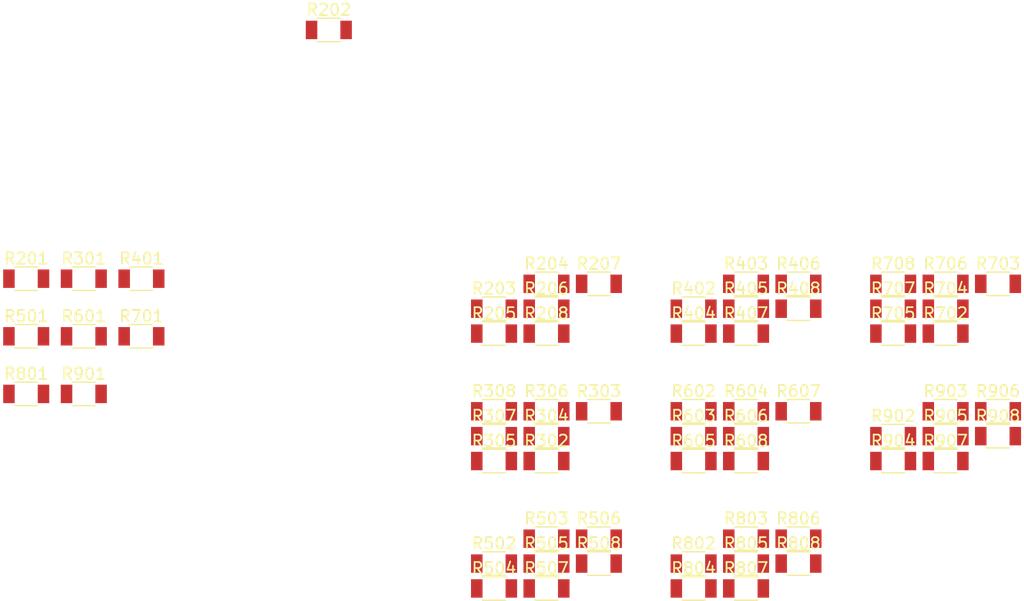
<source format=kicad_pcb>
(kicad_pcb (version 20171130) (host pcbnew "(5.0.2)-1")

  (general
    (thickness 1.6)
    (drawings 0)
    (tracks 0)
    (zones 0)
    (modules 64)
    (nets 129)
  )

  (page A4)
  (layers
    (0 F.Cu signal)
    (31 B.Cu signal)
    (32 B.Adhes user)
    (33 F.Adhes user)
    (34 B.Paste user)
    (35 F.Paste user)
    (36 B.SilkS user)
    (37 F.SilkS user)
    (38 B.Mask user)
    (39 F.Mask user)
    (40 Dwgs.User user)
    (41 Cmts.User user)
    (42 Eco1.User user)
    (43 Eco2.User user)
    (44 Edge.Cuts user)
    (45 Margin user)
    (46 B.CrtYd user)
    (47 F.CrtYd user)
    (48 B.Fab user)
    (49 F.Fab user)
  )

  (setup
    (last_trace_width 0.25)
    (trace_clearance 0.2)
    (zone_clearance 0.508)
    (zone_45_only no)
    (trace_min 0.2)
    (segment_width 0.2)
    (edge_width 0.15)
    (via_size 0.8)
    (via_drill 0.4)
    (via_min_size 0.4)
    (via_min_drill 0.3)
    (uvia_size 0.3)
    (uvia_drill 0.1)
    (uvias_allowed no)
    (uvia_min_size 0.2)
    (uvia_min_drill 0.1)
    (pcb_text_width 0.3)
    (pcb_text_size 1.5 1.5)
    (mod_edge_width 0.15)
    (mod_text_size 1 1)
    (mod_text_width 0.15)
    (pad_size 1.524 1.524)
    (pad_drill 0.762)
    (pad_to_mask_clearance 0.051)
    (solder_mask_min_width 0.25)
    (aux_axis_origin 0 0)
    (visible_elements 7FFFFFFF)
    (pcbplotparams
      (layerselection 0x010fc_ffffffff)
      (usegerberextensions false)
      (usegerberattributes false)
      (usegerberadvancedattributes false)
      (creategerberjobfile false)
      (excludeedgelayer true)
      (linewidth 0.100000)
      (plotframeref false)
      (viasonmask false)
      (mode 1)
      (useauxorigin false)
      (hpglpennumber 1)
      (hpglpenspeed 20)
      (hpglpendiameter 15.000000)
      (psnegative false)
      (psa4output false)
      (plotreference true)
      (plotvalue true)
      (plotinvisibletext false)
      (padsonsilk false)
      (subtractmaskfromsilk false)
      (outputformat 1)
      (mirror false)
      (drillshape 1)
      (scaleselection 1)
      (outputdirectory ""))
  )

  (net 0 "")
  (net 1 "Net-(R801-Pad1)")
  (net 2 "Net-(R801-Pad2)")
  (net 3 "Net-(R602-Pad2)")
  (net 4 "Net-(R602-Pad1)")
  (net 5 "Net-(R603-Pad1)")
  (net 6 "Net-(R603-Pad2)")
  (net 7 "Net-(R604-Pad2)")
  (net 8 "Net-(R604-Pad1)")
  (net 9 "Net-(R605-Pad1)")
  (net 10 "Net-(R605-Pad2)")
  (net 11 "Net-(R606-Pad2)")
  (net 12 "Net-(R606-Pad1)")
  (net 13 "Net-(R607-Pad1)")
  (net 14 "Net-(R607-Pad2)")
  (net 15 "Net-(R608-Pad2)")
  (net 16 "Net-(R608-Pad1)")
  (net 17 "Net-(R701-Pad1)")
  (net 18 "Net-(R701-Pad2)")
  (net 19 "Net-(R702-Pad2)")
  (net 20 "Net-(R702-Pad1)")
  (net 21 "Net-(R703-Pad1)")
  (net 22 "Net-(R703-Pad2)")
  (net 23 "Net-(R704-Pad2)")
  (net 24 "Net-(R704-Pad1)")
  (net 25 "Net-(R705-Pad1)")
  (net 26 "Net-(R705-Pad2)")
  (net 27 "Net-(R706-Pad2)")
  (net 28 "Net-(R706-Pad1)")
  (net 29 "Net-(R707-Pad1)")
  (net 30 "Net-(R707-Pad2)")
  (net 31 "Net-(R708-Pad2)")
  (net 32 "Net-(R708-Pad1)")
  (net 33 "Net-(R601-Pad1)")
  (net 34 "Net-(R601-Pad2)")
  (net 35 "Net-(R802-Pad2)")
  (net 36 "Net-(R802-Pad1)")
  (net 37 "Net-(R803-Pad1)")
  (net 38 "Net-(R803-Pad2)")
  (net 39 "Net-(R804-Pad2)")
  (net 40 "Net-(R804-Pad1)")
  (net 41 "Net-(R805-Pad1)")
  (net 42 "Net-(R805-Pad2)")
  (net 43 "Net-(R806-Pad2)")
  (net 44 "Net-(R806-Pad1)")
  (net 45 "Net-(R807-Pad1)")
  (net 46 "Net-(R807-Pad2)")
  (net 47 "Net-(R808-Pad2)")
  (net 48 "Net-(R808-Pad1)")
  (net 49 "Net-(R901-Pad1)")
  (net 50 "Net-(R901-Pad2)")
  (net 51 "Net-(R902-Pad2)")
  (net 52 "Net-(R902-Pad1)")
  (net 53 "Net-(R903-Pad1)")
  (net 54 "Net-(R903-Pad2)")
  (net 55 "Net-(R904-Pad2)")
  (net 56 "Net-(R904-Pad1)")
  (net 57 "Net-(R905-Pad1)")
  (net 58 "Net-(R905-Pad2)")
  (net 59 "Net-(R906-Pad2)")
  (net 60 "Net-(R906-Pad1)")
  (net 61 "Net-(R907-Pad1)")
  (net 62 "Net-(R907-Pad2)")
  (net 63 "Net-(R908-Pad2)")
  (net 64 "Net-(R908-Pad1)")
  (net 65 "Net-(R401-Pad1)")
  (net 66 "Net-(R401-Pad2)")
  (net 67 "Net-(R202-Pad2)")
  (net 68 "Net-(R202-Pad1)")
  (net 69 "Net-(R203-Pad1)")
  (net 70 "Net-(R203-Pad2)")
  (net 71 "Net-(R204-Pad2)")
  (net 72 "Net-(R204-Pad1)")
  (net 73 "Net-(R205-Pad1)")
  (net 74 "Net-(R205-Pad2)")
  (net 75 "Net-(R206-Pad2)")
  (net 76 "Net-(R206-Pad1)")
  (net 77 "Net-(R207-Pad1)")
  (net 78 "Net-(R207-Pad2)")
  (net 79 "Net-(R208-Pad2)")
  (net 80 "Net-(R208-Pad1)")
  (net 81 "Net-(R301-Pad1)")
  (net 82 "Net-(R301-Pad2)")
  (net 83 "Net-(R302-Pad2)")
  (net 84 "Net-(R302-Pad1)")
  (net 85 "Net-(R303-Pad1)")
  (net 86 "Net-(R303-Pad2)")
  (net 87 "Net-(R304-Pad2)")
  (net 88 "Net-(R304-Pad1)")
  (net 89 "Net-(R305-Pad1)")
  (net 90 "Net-(R305-Pad2)")
  (net 91 "Net-(R306-Pad2)")
  (net 92 "Net-(R306-Pad1)")
  (net 93 "Net-(R307-Pad1)")
  (net 94 "Net-(R307-Pad2)")
  (net 95 "Net-(R308-Pad2)")
  (net 96 "Net-(R308-Pad1)")
  (net 97 "Net-(R201-Pad1)")
  (net 98 "Net-(R201-Pad2)")
  (net 99 "Net-(R402-Pad2)")
  (net 100 "Net-(R402-Pad1)")
  (net 101 "Net-(R403-Pad1)")
  (net 102 "Net-(R403-Pad2)")
  (net 103 "Net-(R404-Pad2)")
  (net 104 "Net-(R404-Pad1)")
  (net 105 "Net-(R405-Pad1)")
  (net 106 "Net-(R405-Pad2)")
  (net 107 "Net-(R406-Pad2)")
  (net 108 "Net-(R406-Pad1)")
  (net 109 "Net-(R407-Pad1)")
  (net 110 "Net-(R407-Pad2)")
  (net 111 "Net-(R408-Pad2)")
  (net 112 "Net-(R408-Pad1)")
  (net 113 "Net-(R501-Pad1)")
  (net 114 "Net-(R501-Pad2)")
  (net 115 "Net-(R502-Pad2)")
  (net 116 "Net-(R502-Pad1)")
  (net 117 "Net-(R503-Pad1)")
  (net 118 "Net-(R503-Pad2)")
  (net 119 "Net-(R504-Pad2)")
  (net 120 "Net-(R504-Pad1)")
  (net 121 "Net-(R505-Pad1)")
  (net 122 "Net-(R505-Pad2)")
  (net 123 "Net-(R506-Pad2)")
  (net 124 "Net-(R506-Pad1)")
  (net 125 "Net-(R507-Pad1)")
  (net 126 "Net-(R507-Pad2)")
  (net 127 "Net-(R508-Pad2)")
  (net 128 "Net-(R508-Pad1)")

  (net_class Default "This is the default net class."
    (clearance 0.2)
    (trace_width 0.25)
    (via_dia 0.8)
    (via_drill 0.4)
    (uvia_dia 0.3)
    (uvia_drill 0.1)
    (add_net "Net-(R201-Pad1)")
    (add_net "Net-(R201-Pad2)")
    (add_net "Net-(R202-Pad1)")
    (add_net "Net-(R202-Pad2)")
    (add_net "Net-(R203-Pad1)")
    (add_net "Net-(R203-Pad2)")
    (add_net "Net-(R204-Pad1)")
    (add_net "Net-(R204-Pad2)")
    (add_net "Net-(R205-Pad1)")
    (add_net "Net-(R205-Pad2)")
    (add_net "Net-(R206-Pad1)")
    (add_net "Net-(R206-Pad2)")
    (add_net "Net-(R207-Pad1)")
    (add_net "Net-(R207-Pad2)")
    (add_net "Net-(R208-Pad1)")
    (add_net "Net-(R208-Pad2)")
    (add_net "Net-(R301-Pad1)")
    (add_net "Net-(R301-Pad2)")
    (add_net "Net-(R302-Pad1)")
    (add_net "Net-(R302-Pad2)")
    (add_net "Net-(R303-Pad1)")
    (add_net "Net-(R303-Pad2)")
    (add_net "Net-(R304-Pad1)")
    (add_net "Net-(R304-Pad2)")
    (add_net "Net-(R305-Pad1)")
    (add_net "Net-(R305-Pad2)")
    (add_net "Net-(R306-Pad1)")
    (add_net "Net-(R306-Pad2)")
    (add_net "Net-(R307-Pad1)")
    (add_net "Net-(R307-Pad2)")
    (add_net "Net-(R308-Pad1)")
    (add_net "Net-(R308-Pad2)")
    (add_net "Net-(R401-Pad1)")
    (add_net "Net-(R401-Pad2)")
    (add_net "Net-(R402-Pad1)")
    (add_net "Net-(R402-Pad2)")
    (add_net "Net-(R403-Pad1)")
    (add_net "Net-(R403-Pad2)")
    (add_net "Net-(R404-Pad1)")
    (add_net "Net-(R404-Pad2)")
    (add_net "Net-(R405-Pad1)")
    (add_net "Net-(R405-Pad2)")
    (add_net "Net-(R406-Pad1)")
    (add_net "Net-(R406-Pad2)")
    (add_net "Net-(R407-Pad1)")
    (add_net "Net-(R407-Pad2)")
    (add_net "Net-(R408-Pad1)")
    (add_net "Net-(R408-Pad2)")
    (add_net "Net-(R501-Pad1)")
    (add_net "Net-(R501-Pad2)")
    (add_net "Net-(R502-Pad1)")
    (add_net "Net-(R502-Pad2)")
    (add_net "Net-(R503-Pad1)")
    (add_net "Net-(R503-Pad2)")
    (add_net "Net-(R504-Pad1)")
    (add_net "Net-(R504-Pad2)")
    (add_net "Net-(R505-Pad1)")
    (add_net "Net-(R505-Pad2)")
    (add_net "Net-(R506-Pad1)")
    (add_net "Net-(R506-Pad2)")
    (add_net "Net-(R507-Pad1)")
    (add_net "Net-(R507-Pad2)")
    (add_net "Net-(R508-Pad1)")
    (add_net "Net-(R508-Pad2)")
    (add_net "Net-(R601-Pad1)")
    (add_net "Net-(R601-Pad2)")
    (add_net "Net-(R602-Pad1)")
    (add_net "Net-(R602-Pad2)")
    (add_net "Net-(R603-Pad1)")
    (add_net "Net-(R603-Pad2)")
    (add_net "Net-(R604-Pad1)")
    (add_net "Net-(R604-Pad2)")
    (add_net "Net-(R605-Pad1)")
    (add_net "Net-(R605-Pad2)")
    (add_net "Net-(R606-Pad1)")
    (add_net "Net-(R606-Pad2)")
    (add_net "Net-(R607-Pad1)")
    (add_net "Net-(R607-Pad2)")
    (add_net "Net-(R608-Pad1)")
    (add_net "Net-(R608-Pad2)")
    (add_net "Net-(R701-Pad1)")
    (add_net "Net-(R701-Pad2)")
    (add_net "Net-(R702-Pad1)")
    (add_net "Net-(R702-Pad2)")
    (add_net "Net-(R703-Pad1)")
    (add_net "Net-(R703-Pad2)")
    (add_net "Net-(R704-Pad1)")
    (add_net "Net-(R704-Pad2)")
    (add_net "Net-(R705-Pad1)")
    (add_net "Net-(R705-Pad2)")
    (add_net "Net-(R706-Pad1)")
    (add_net "Net-(R706-Pad2)")
    (add_net "Net-(R707-Pad1)")
    (add_net "Net-(R707-Pad2)")
    (add_net "Net-(R708-Pad1)")
    (add_net "Net-(R708-Pad2)")
    (add_net "Net-(R801-Pad1)")
    (add_net "Net-(R801-Pad2)")
    (add_net "Net-(R802-Pad1)")
    (add_net "Net-(R802-Pad2)")
    (add_net "Net-(R803-Pad1)")
    (add_net "Net-(R803-Pad2)")
    (add_net "Net-(R804-Pad1)")
    (add_net "Net-(R804-Pad2)")
    (add_net "Net-(R805-Pad1)")
    (add_net "Net-(R805-Pad2)")
    (add_net "Net-(R806-Pad1)")
    (add_net "Net-(R806-Pad2)")
    (add_net "Net-(R807-Pad1)")
    (add_net "Net-(R807-Pad2)")
    (add_net "Net-(R808-Pad1)")
    (add_net "Net-(R808-Pad2)")
    (add_net "Net-(R901-Pad1)")
    (add_net "Net-(R901-Pad2)")
    (add_net "Net-(R902-Pad1)")
    (add_net "Net-(R902-Pad2)")
    (add_net "Net-(R903-Pad1)")
    (add_net "Net-(R903-Pad2)")
    (add_net "Net-(R904-Pad1)")
    (add_net "Net-(R904-Pad2)")
    (add_net "Net-(R905-Pad1)")
    (add_net "Net-(R905-Pad2)")
    (add_net "Net-(R906-Pad1)")
    (add_net "Net-(R906-Pad2)")
    (add_net "Net-(R907-Pad1)")
    (add_net "Net-(R907-Pad2)")
    (add_net "Net-(R908-Pad1)")
    (add_net "Net-(R908-Pad2)")
  )

  (module Passives:R1206M (layer F.Cu) (tedit 5A956603) (tstamp 5C741CD0)
    (at 107.260001 93.305001)
    (descr "Capacitor SMD 1206, reflow soldering, AVX (see smccp.pdf)")
    (tags "capacitor 1206")
    (path /5C66F732/5C66F921)
    (attr smd)
    (fp_text reference R508 (at 0 -1.75) (layer F.SilkS)
      (effects (font (size 1 1) (thickness 0.15)))
    )
    (fp_text value 1k (at 0 2) (layer F.Fab) hide
      (effects (font (size 1 1) (thickness 0.15)))
    )
    (fp_line (start 2.25 1.05) (end -2.25 1.05) (layer F.CrtYd) (width 0.05))
    (fp_line (start 2.25 1.05) (end 2.25 -1.05) (layer F.CrtYd) (width 0.05))
    (fp_line (start -2.25 -1.05) (end -2.25 1.05) (layer F.CrtYd) (width 0.05))
    (fp_line (start -2.25 -1.05) (end 2.25 -1.05) (layer F.CrtYd) (width 0.05))
    (fp_line (start -1 1.02) (end 1 1.02) (layer F.SilkS) (width 0.12))
    (fp_line (start 1 -1.02) (end -1 -1.02) (layer F.SilkS) (width 0.12))
    (fp_line (start -1.6 -0.8) (end 1.6 -0.8) (layer F.Fab) (width 0.1))
    (fp_line (start 1.6 -0.8) (end 1.6 0.8) (layer F.Fab) (width 0.1))
    (fp_line (start 1.6 0.8) (end -1.6 0.8) (layer F.Fab) (width 0.1))
    (fp_line (start -1.6 0.8) (end -1.6 -0.8) (layer F.Fab) (width 0.1))
    (fp_text user %R (at 0 0) (layer F.Fab)
      (effects (font (size 0.5 0.5) (thickness 0.07)))
    )
    (pad 2 smd rect (at 1.5 0) (size 1 1.6) (layers F.Cu F.Paste F.Mask)
      (net 127 "Net-(R508-Pad2)"))
    (pad 1 smd rect (at -1.5 0) (size 1 1.6) (layers F.Cu F.Paste F.Mask)
      (net 128 "Net-(R508-Pad1)"))
    (model ${KISYS3DMOD}/Resistor_SMD.3dshapes/R_1206_3216Metric.wrl
      (at (xyz 0 0 0))
      (scale (xyz 1 1 1))
      (rotate (xyz 0 0 0))
    )
  )

  (module Passives:R1206M (layer F.Cu) (tedit 5A956603) (tstamp 5C741CBF)
    (at 102.710001 95.465001)
    (descr "Capacitor SMD 1206, reflow soldering, AVX (see smccp.pdf)")
    (tags "capacitor 1206")
    (path /5C66F732/5C66F8FB)
    (attr smd)
    (fp_text reference R507 (at 0 -1.75) (layer F.SilkS)
      (effects (font (size 1 1) (thickness 0.15)))
    )
    (fp_text value 1k (at 0 2) (layer F.Fab) hide
      (effects (font (size 1 1) (thickness 0.15)))
    )
    (fp_text user %R (at 0 0) (layer F.Fab)
      (effects (font (size 0.5 0.5) (thickness 0.07)))
    )
    (fp_line (start -1.6 0.8) (end -1.6 -0.8) (layer F.Fab) (width 0.1))
    (fp_line (start 1.6 0.8) (end -1.6 0.8) (layer F.Fab) (width 0.1))
    (fp_line (start 1.6 -0.8) (end 1.6 0.8) (layer F.Fab) (width 0.1))
    (fp_line (start -1.6 -0.8) (end 1.6 -0.8) (layer F.Fab) (width 0.1))
    (fp_line (start 1 -1.02) (end -1 -1.02) (layer F.SilkS) (width 0.12))
    (fp_line (start -1 1.02) (end 1 1.02) (layer F.SilkS) (width 0.12))
    (fp_line (start -2.25 -1.05) (end 2.25 -1.05) (layer F.CrtYd) (width 0.05))
    (fp_line (start -2.25 -1.05) (end -2.25 1.05) (layer F.CrtYd) (width 0.05))
    (fp_line (start 2.25 1.05) (end 2.25 -1.05) (layer F.CrtYd) (width 0.05))
    (fp_line (start 2.25 1.05) (end -2.25 1.05) (layer F.CrtYd) (width 0.05))
    (pad 1 smd rect (at -1.5 0) (size 1 1.6) (layers F.Cu F.Paste F.Mask)
      (net 125 "Net-(R507-Pad1)"))
    (pad 2 smd rect (at 1.5 0) (size 1 1.6) (layers F.Cu F.Paste F.Mask)
      (net 126 "Net-(R507-Pad2)"))
    (model ${KISYS3DMOD}/Resistor_SMD.3dshapes/R_1206_3216Metric.wrl
      (at (xyz 0 0 0))
      (scale (xyz 1 1 1))
      (rotate (xyz 0 0 0))
    )
  )

  (module Passives:R1206M (layer F.Cu) (tedit 5A956603) (tstamp 5C741CAE)
    (at 107.260001 91.145001)
    (descr "Capacitor SMD 1206, reflow soldering, AVX (see smccp.pdf)")
    (tags "capacitor 1206")
    (path /5C66F732/5C66F8D7)
    (attr smd)
    (fp_text reference R506 (at 0 -1.75) (layer F.SilkS)
      (effects (font (size 1 1) (thickness 0.15)))
    )
    (fp_text value 1k (at 0 2) (layer F.Fab) hide
      (effects (font (size 1 1) (thickness 0.15)))
    )
    (fp_line (start 2.25 1.05) (end -2.25 1.05) (layer F.CrtYd) (width 0.05))
    (fp_line (start 2.25 1.05) (end 2.25 -1.05) (layer F.CrtYd) (width 0.05))
    (fp_line (start -2.25 -1.05) (end -2.25 1.05) (layer F.CrtYd) (width 0.05))
    (fp_line (start -2.25 -1.05) (end 2.25 -1.05) (layer F.CrtYd) (width 0.05))
    (fp_line (start -1 1.02) (end 1 1.02) (layer F.SilkS) (width 0.12))
    (fp_line (start 1 -1.02) (end -1 -1.02) (layer F.SilkS) (width 0.12))
    (fp_line (start -1.6 -0.8) (end 1.6 -0.8) (layer F.Fab) (width 0.1))
    (fp_line (start 1.6 -0.8) (end 1.6 0.8) (layer F.Fab) (width 0.1))
    (fp_line (start 1.6 0.8) (end -1.6 0.8) (layer F.Fab) (width 0.1))
    (fp_line (start -1.6 0.8) (end -1.6 -0.8) (layer F.Fab) (width 0.1))
    (fp_text user %R (at 0 0) (layer F.Fab)
      (effects (font (size 0.5 0.5) (thickness 0.07)))
    )
    (pad 2 smd rect (at 1.5 0) (size 1 1.6) (layers F.Cu F.Paste F.Mask)
      (net 123 "Net-(R506-Pad2)"))
    (pad 1 smd rect (at -1.5 0) (size 1 1.6) (layers F.Cu F.Paste F.Mask)
      (net 124 "Net-(R506-Pad1)"))
    (model ${KISYS3DMOD}/Resistor_SMD.3dshapes/R_1206_3216Metric.wrl
      (at (xyz 0 0 0))
      (scale (xyz 1 1 1))
      (rotate (xyz 0 0 0))
    )
  )

  (module Passives:R1206M (layer F.Cu) (tedit 5A956603) (tstamp 5C741C9D)
    (at 102.710001 93.305001)
    (descr "Capacitor SMD 1206, reflow soldering, AVX (see smccp.pdf)")
    (tags "capacitor 1206")
    (path /5C66F732/5C66F897)
    (attr smd)
    (fp_text reference R505 (at 0 -1.75) (layer F.SilkS)
      (effects (font (size 1 1) (thickness 0.15)))
    )
    (fp_text value 1k (at 0 2) (layer F.Fab) hide
      (effects (font (size 1 1) (thickness 0.15)))
    )
    (fp_text user %R (at 0 0) (layer F.Fab)
      (effects (font (size 0.5 0.5) (thickness 0.07)))
    )
    (fp_line (start -1.6 0.8) (end -1.6 -0.8) (layer F.Fab) (width 0.1))
    (fp_line (start 1.6 0.8) (end -1.6 0.8) (layer F.Fab) (width 0.1))
    (fp_line (start 1.6 -0.8) (end 1.6 0.8) (layer F.Fab) (width 0.1))
    (fp_line (start -1.6 -0.8) (end 1.6 -0.8) (layer F.Fab) (width 0.1))
    (fp_line (start 1 -1.02) (end -1 -1.02) (layer F.SilkS) (width 0.12))
    (fp_line (start -1 1.02) (end 1 1.02) (layer F.SilkS) (width 0.12))
    (fp_line (start -2.25 -1.05) (end 2.25 -1.05) (layer F.CrtYd) (width 0.05))
    (fp_line (start -2.25 -1.05) (end -2.25 1.05) (layer F.CrtYd) (width 0.05))
    (fp_line (start 2.25 1.05) (end 2.25 -1.05) (layer F.CrtYd) (width 0.05))
    (fp_line (start 2.25 1.05) (end -2.25 1.05) (layer F.CrtYd) (width 0.05))
    (pad 1 smd rect (at -1.5 0) (size 1 1.6) (layers F.Cu F.Paste F.Mask)
      (net 121 "Net-(R505-Pad1)"))
    (pad 2 smd rect (at 1.5 0) (size 1 1.6) (layers F.Cu F.Paste F.Mask)
      (net 122 "Net-(R505-Pad2)"))
    (model ${KISYS3DMOD}/Resistor_SMD.3dshapes/R_1206_3216Metric.wrl
      (at (xyz 0 0 0))
      (scale (xyz 1 1 1))
      (rotate (xyz 0 0 0))
    )
  )

  (module Passives:R1206M (layer F.Cu) (tedit 5A956603) (tstamp 5C741C8C)
    (at 98.160001 95.465001)
    (descr "Capacitor SMD 1206, reflow soldering, AVX (see smccp.pdf)")
    (tags "capacitor 1206")
    (path /5C66F732/5C66F87B)
    (attr smd)
    (fp_text reference R504 (at 0 -1.75) (layer F.SilkS)
      (effects (font (size 1 1) (thickness 0.15)))
    )
    (fp_text value 1k (at 0 2) (layer F.Fab) hide
      (effects (font (size 1 1) (thickness 0.15)))
    )
    (fp_line (start 2.25 1.05) (end -2.25 1.05) (layer F.CrtYd) (width 0.05))
    (fp_line (start 2.25 1.05) (end 2.25 -1.05) (layer F.CrtYd) (width 0.05))
    (fp_line (start -2.25 -1.05) (end -2.25 1.05) (layer F.CrtYd) (width 0.05))
    (fp_line (start -2.25 -1.05) (end 2.25 -1.05) (layer F.CrtYd) (width 0.05))
    (fp_line (start -1 1.02) (end 1 1.02) (layer F.SilkS) (width 0.12))
    (fp_line (start 1 -1.02) (end -1 -1.02) (layer F.SilkS) (width 0.12))
    (fp_line (start -1.6 -0.8) (end 1.6 -0.8) (layer F.Fab) (width 0.1))
    (fp_line (start 1.6 -0.8) (end 1.6 0.8) (layer F.Fab) (width 0.1))
    (fp_line (start 1.6 0.8) (end -1.6 0.8) (layer F.Fab) (width 0.1))
    (fp_line (start -1.6 0.8) (end -1.6 -0.8) (layer F.Fab) (width 0.1))
    (fp_text user %R (at 0 0) (layer F.Fab)
      (effects (font (size 0.5 0.5) (thickness 0.07)))
    )
    (pad 2 smd rect (at 1.5 0) (size 1 1.6) (layers F.Cu F.Paste F.Mask)
      (net 119 "Net-(R504-Pad2)"))
    (pad 1 smd rect (at -1.5 0) (size 1 1.6) (layers F.Cu F.Paste F.Mask)
      (net 120 "Net-(R504-Pad1)"))
    (model ${KISYS3DMOD}/Resistor_SMD.3dshapes/R_1206_3216Metric.wrl
      (at (xyz 0 0 0))
      (scale (xyz 1 1 1))
      (rotate (xyz 0 0 0))
    )
  )

  (module Passives:R1206M (layer F.Cu) (tedit 5A956603) (tstamp 5C741C7B)
    (at 102.710001 91.145001)
    (descr "Capacitor SMD 1206, reflow soldering, AVX (see smccp.pdf)")
    (tags "capacitor 1206")
    (path /5C66F732/5C66F85D)
    (attr smd)
    (fp_text reference R503 (at 0 -1.75) (layer F.SilkS)
      (effects (font (size 1 1) (thickness 0.15)))
    )
    (fp_text value 1k (at 0 2) (layer F.Fab) hide
      (effects (font (size 1 1) (thickness 0.15)))
    )
    (fp_text user %R (at 0 0) (layer F.Fab)
      (effects (font (size 0.5 0.5) (thickness 0.07)))
    )
    (fp_line (start -1.6 0.8) (end -1.6 -0.8) (layer F.Fab) (width 0.1))
    (fp_line (start 1.6 0.8) (end -1.6 0.8) (layer F.Fab) (width 0.1))
    (fp_line (start 1.6 -0.8) (end 1.6 0.8) (layer F.Fab) (width 0.1))
    (fp_line (start -1.6 -0.8) (end 1.6 -0.8) (layer F.Fab) (width 0.1))
    (fp_line (start 1 -1.02) (end -1 -1.02) (layer F.SilkS) (width 0.12))
    (fp_line (start -1 1.02) (end 1 1.02) (layer F.SilkS) (width 0.12))
    (fp_line (start -2.25 -1.05) (end 2.25 -1.05) (layer F.CrtYd) (width 0.05))
    (fp_line (start -2.25 -1.05) (end -2.25 1.05) (layer F.CrtYd) (width 0.05))
    (fp_line (start 2.25 1.05) (end 2.25 -1.05) (layer F.CrtYd) (width 0.05))
    (fp_line (start 2.25 1.05) (end -2.25 1.05) (layer F.CrtYd) (width 0.05))
    (pad 1 smd rect (at -1.5 0) (size 1 1.6) (layers F.Cu F.Paste F.Mask)
      (net 117 "Net-(R503-Pad1)"))
    (pad 2 smd rect (at 1.5 0) (size 1 1.6) (layers F.Cu F.Paste F.Mask)
      (net 118 "Net-(R503-Pad2)"))
    (model ${KISYS3DMOD}/Resistor_SMD.3dshapes/R_1206_3216Metric.wrl
      (at (xyz 0 0 0))
      (scale (xyz 1 1 1))
      (rotate (xyz 0 0 0))
    )
  )

  (module Passives:R1206M (layer F.Cu) (tedit 5A956603) (tstamp 5C741C6A)
    (at 98.160001 93.305001)
    (descr "Capacitor SMD 1206, reflow soldering, AVX (see smccp.pdf)")
    (tags "capacitor 1206")
    (path /5C66F732/5C66F845)
    (attr smd)
    (fp_text reference R502 (at 0 -1.75) (layer F.SilkS)
      (effects (font (size 1 1) (thickness 0.15)))
    )
    (fp_text value 1k (at 0 2) (layer F.Fab) hide
      (effects (font (size 1 1) (thickness 0.15)))
    )
    (fp_line (start 2.25 1.05) (end -2.25 1.05) (layer F.CrtYd) (width 0.05))
    (fp_line (start 2.25 1.05) (end 2.25 -1.05) (layer F.CrtYd) (width 0.05))
    (fp_line (start -2.25 -1.05) (end -2.25 1.05) (layer F.CrtYd) (width 0.05))
    (fp_line (start -2.25 -1.05) (end 2.25 -1.05) (layer F.CrtYd) (width 0.05))
    (fp_line (start -1 1.02) (end 1 1.02) (layer F.SilkS) (width 0.12))
    (fp_line (start 1 -1.02) (end -1 -1.02) (layer F.SilkS) (width 0.12))
    (fp_line (start -1.6 -0.8) (end 1.6 -0.8) (layer F.Fab) (width 0.1))
    (fp_line (start 1.6 -0.8) (end 1.6 0.8) (layer F.Fab) (width 0.1))
    (fp_line (start 1.6 0.8) (end -1.6 0.8) (layer F.Fab) (width 0.1))
    (fp_line (start -1.6 0.8) (end -1.6 -0.8) (layer F.Fab) (width 0.1))
    (fp_text user %R (at 0 0) (layer F.Fab)
      (effects (font (size 0.5 0.5) (thickness 0.07)))
    )
    (pad 2 smd rect (at 1.5 0) (size 1 1.6) (layers F.Cu F.Paste F.Mask)
      (net 115 "Net-(R502-Pad2)"))
    (pad 1 smd rect (at -1.5 0) (size 1 1.6) (layers F.Cu F.Paste F.Mask)
      (net 116 "Net-(R502-Pad1)"))
    (model ${KISYS3DMOD}/Resistor_SMD.3dshapes/R_1206_3216Metric.wrl
      (at (xyz 0 0 0))
      (scale (xyz 1 1 1))
      (rotate (xyz 0 0 0))
    )
  )

  (module Passives:R1206M (layer F.Cu) (tedit 5A956603) (tstamp 5C741C59)
    (at 57.555 73.58)
    (descr "Capacitor SMD 1206, reflow soldering, AVX (see smccp.pdf)")
    (tags "capacitor 1206")
    (path /5C66F732/5C66F7B3)
    (attr smd)
    (fp_text reference R501 (at 0 -1.75) (layer F.SilkS)
      (effects (font (size 1 1) (thickness 0.15)))
    )
    (fp_text value 1k (at 0 2) (layer F.Fab) hide
      (effects (font (size 1 1) (thickness 0.15)))
    )
    (fp_text user %R (at 0 0) (layer F.Fab)
      (effects (font (size 0.5 0.5) (thickness 0.07)))
    )
    (fp_line (start -1.6 0.8) (end -1.6 -0.8) (layer F.Fab) (width 0.1))
    (fp_line (start 1.6 0.8) (end -1.6 0.8) (layer F.Fab) (width 0.1))
    (fp_line (start 1.6 -0.8) (end 1.6 0.8) (layer F.Fab) (width 0.1))
    (fp_line (start -1.6 -0.8) (end 1.6 -0.8) (layer F.Fab) (width 0.1))
    (fp_line (start 1 -1.02) (end -1 -1.02) (layer F.SilkS) (width 0.12))
    (fp_line (start -1 1.02) (end 1 1.02) (layer F.SilkS) (width 0.12))
    (fp_line (start -2.25 -1.05) (end 2.25 -1.05) (layer F.CrtYd) (width 0.05))
    (fp_line (start -2.25 -1.05) (end -2.25 1.05) (layer F.CrtYd) (width 0.05))
    (fp_line (start 2.25 1.05) (end 2.25 -1.05) (layer F.CrtYd) (width 0.05))
    (fp_line (start 2.25 1.05) (end -2.25 1.05) (layer F.CrtYd) (width 0.05))
    (pad 1 smd rect (at -1.5 0) (size 1 1.6) (layers F.Cu F.Paste F.Mask)
      (net 113 "Net-(R501-Pad1)"))
    (pad 2 smd rect (at 1.5 0) (size 1 1.6) (layers F.Cu F.Paste F.Mask)
      (net 114 "Net-(R501-Pad2)"))
    (model ${KISYS3DMOD}/Resistor_SMD.3dshapes/R_1206_3216Metric.wrl
      (at (xyz 0 0 0))
      (scale (xyz 1 1 1))
      (rotate (xyz 0 0 0))
    )
  )

  (module Passives:R1206M (layer F.Cu) (tedit 5A956603) (tstamp 5C741C48)
    (at 124.580001 71.185001)
    (descr "Capacitor SMD 1206, reflow soldering, AVX (see smccp.pdf)")
    (tags "capacitor 1206")
    (path /5C66F730/5C66F921)
    (attr smd)
    (fp_text reference R408 (at 0 -1.75) (layer F.SilkS)
      (effects (font (size 1 1) (thickness 0.15)))
    )
    (fp_text value 1k (at 0 2) (layer F.Fab) hide
      (effects (font (size 1 1) (thickness 0.15)))
    )
    (fp_line (start 2.25 1.05) (end -2.25 1.05) (layer F.CrtYd) (width 0.05))
    (fp_line (start 2.25 1.05) (end 2.25 -1.05) (layer F.CrtYd) (width 0.05))
    (fp_line (start -2.25 -1.05) (end -2.25 1.05) (layer F.CrtYd) (width 0.05))
    (fp_line (start -2.25 -1.05) (end 2.25 -1.05) (layer F.CrtYd) (width 0.05))
    (fp_line (start -1 1.02) (end 1 1.02) (layer F.SilkS) (width 0.12))
    (fp_line (start 1 -1.02) (end -1 -1.02) (layer F.SilkS) (width 0.12))
    (fp_line (start -1.6 -0.8) (end 1.6 -0.8) (layer F.Fab) (width 0.1))
    (fp_line (start 1.6 -0.8) (end 1.6 0.8) (layer F.Fab) (width 0.1))
    (fp_line (start 1.6 0.8) (end -1.6 0.8) (layer F.Fab) (width 0.1))
    (fp_line (start -1.6 0.8) (end -1.6 -0.8) (layer F.Fab) (width 0.1))
    (fp_text user %R (at 0 0) (layer F.Fab)
      (effects (font (size 0.5 0.5) (thickness 0.07)))
    )
    (pad 2 smd rect (at 1.5 0) (size 1 1.6) (layers F.Cu F.Paste F.Mask)
      (net 111 "Net-(R408-Pad2)"))
    (pad 1 smd rect (at -1.5 0) (size 1 1.6) (layers F.Cu F.Paste F.Mask)
      (net 112 "Net-(R408-Pad1)"))
    (model ${KISYS3DMOD}/Resistor_SMD.3dshapes/R_1206_3216Metric.wrl
      (at (xyz 0 0 0))
      (scale (xyz 1 1 1))
      (rotate (xyz 0 0 0))
    )
  )

  (module Passives:R1206M (layer F.Cu) (tedit 5A956603) (tstamp 5C741C37)
    (at 120.030001 73.345001)
    (descr "Capacitor SMD 1206, reflow soldering, AVX (see smccp.pdf)")
    (tags "capacitor 1206")
    (path /5C66F730/5C66F8FB)
    (attr smd)
    (fp_text reference R407 (at 0 -1.75) (layer F.SilkS)
      (effects (font (size 1 1) (thickness 0.15)))
    )
    (fp_text value 1k (at 0 2) (layer F.Fab) hide
      (effects (font (size 1 1) (thickness 0.15)))
    )
    (fp_text user %R (at 0 0) (layer F.Fab)
      (effects (font (size 0.5 0.5) (thickness 0.07)))
    )
    (fp_line (start -1.6 0.8) (end -1.6 -0.8) (layer F.Fab) (width 0.1))
    (fp_line (start 1.6 0.8) (end -1.6 0.8) (layer F.Fab) (width 0.1))
    (fp_line (start 1.6 -0.8) (end 1.6 0.8) (layer F.Fab) (width 0.1))
    (fp_line (start -1.6 -0.8) (end 1.6 -0.8) (layer F.Fab) (width 0.1))
    (fp_line (start 1 -1.02) (end -1 -1.02) (layer F.SilkS) (width 0.12))
    (fp_line (start -1 1.02) (end 1 1.02) (layer F.SilkS) (width 0.12))
    (fp_line (start -2.25 -1.05) (end 2.25 -1.05) (layer F.CrtYd) (width 0.05))
    (fp_line (start -2.25 -1.05) (end -2.25 1.05) (layer F.CrtYd) (width 0.05))
    (fp_line (start 2.25 1.05) (end 2.25 -1.05) (layer F.CrtYd) (width 0.05))
    (fp_line (start 2.25 1.05) (end -2.25 1.05) (layer F.CrtYd) (width 0.05))
    (pad 1 smd rect (at -1.5 0) (size 1 1.6) (layers F.Cu F.Paste F.Mask)
      (net 109 "Net-(R407-Pad1)"))
    (pad 2 smd rect (at 1.5 0) (size 1 1.6) (layers F.Cu F.Paste F.Mask)
      (net 110 "Net-(R407-Pad2)"))
    (model ${KISYS3DMOD}/Resistor_SMD.3dshapes/R_1206_3216Metric.wrl
      (at (xyz 0 0 0))
      (scale (xyz 1 1 1))
      (rotate (xyz 0 0 0))
    )
  )

  (module Passives:R1206M (layer F.Cu) (tedit 5A956603) (tstamp 5C741C26)
    (at 124.580001 69.025001)
    (descr "Capacitor SMD 1206, reflow soldering, AVX (see smccp.pdf)")
    (tags "capacitor 1206")
    (path /5C66F730/5C66F8D7)
    (attr smd)
    (fp_text reference R406 (at 0 -1.75) (layer F.SilkS)
      (effects (font (size 1 1) (thickness 0.15)))
    )
    (fp_text value 1k (at 0 2) (layer F.Fab) hide
      (effects (font (size 1 1) (thickness 0.15)))
    )
    (fp_line (start 2.25 1.05) (end -2.25 1.05) (layer F.CrtYd) (width 0.05))
    (fp_line (start 2.25 1.05) (end 2.25 -1.05) (layer F.CrtYd) (width 0.05))
    (fp_line (start -2.25 -1.05) (end -2.25 1.05) (layer F.CrtYd) (width 0.05))
    (fp_line (start -2.25 -1.05) (end 2.25 -1.05) (layer F.CrtYd) (width 0.05))
    (fp_line (start -1 1.02) (end 1 1.02) (layer F.SilkS) (width 0.12))
    (fp_line (start 1 -1.02) (end -1 -1.02) (layer F.SilkS) (width 0.12))
    (fp_line (start -1.6 -0.8) (end 1.6 -0.8) (layer F.Fab) (width 0.1))
    (fp_line (start 1.6 -0.8) (end 1.6 0.8) (layer F.Fab) (width 0.1))
    (fp_line (start 1.6 0.8) (end -1.6 0.8) (layer F.Fab) (width 0.1))
    (fp_line (start -1.6 0.8) (end -1.6 -0.8) (layer F.Fab) (width 0.1))
    (fp_text user %R (at 0 0) (layer F.Fab)
      (effects (font (size 0.5 0.5) (thickness 0.07)))
    )
    (pad 2 smd rect (at 1.5 0) (size 1 1.6) (layers F.Cu F.Paste F.Mask)
      (net 107 "Net-(R406-Pad2)"))
    (pad 1 smd rect (at -1.5 0) (size 1 1.6) (layers F.Cu F.Paste F.Mask)
      (net 108 "Net-(R406-Pad1)"))
    (model ${KISYS3DMOD}/Resistor_SMD.3dshapes/R_1206_3216Metric.wrl
      (at (xyz 0 0 0))
      (scale (xyz 1 1 1))
      (rotate (xyz 0 0 0))
    )
  )

  (module Passives:R1206M (layer F.Cu) (tedit 5A956603) (tstamp 5C741C15)
    (at 120.030001 71.185001)
    (descr "Capacitor SMD 1206, reflow soldering, AVX (see smccp.pdf)")
    (tags "capacitor 1206")
    (path /5C66F730/5C66F897)
    (attr smd)
    (fp_text reference R405 (at 0 -1.75) (layer F.SilkS)
      (effects (font (size 1 1) (thickness 0.15)))
    )
    (fp_text value 1k (at 0 2) (layer F.Fab) hide
      (effects (font (size 1 1) (thickness 0.15)))
    )
    (fp_text user %R (at 0 0) (layer F.Fab)
      (effects (font (size 0.5 0.5) (thickness 0.07)))
    )
    (fp_line (start -1.6 0.8) (end -1.6 -0.8) (layer F.Fab) (width 0.1))
    (fp_line (start 1.6 0.8) (end -1.6 0.8) (layer F.Fab) (width 0.1))
    (fp_line (start 1.6 -0.8) (end 1.6 0.8) (layer F.Fab) (width 0.1))
    (fp_line (start -1.6 -0.8) (end 1.6 -0.8) (layer F.Fab) (width 0.1))
    (fp_line (start 1 -1.02) (end -1 -1.02) (layer F.SilkS) (width 0.12))
    (fp_line (start -1 1.02) (end 1 1.02) (layer F.SilkS) (width 0.12))
    (fp_line (start -2.25 -1.05) (end 2.25 -1.05) (layer F.CrtYd) (width 0.05))
    (fp_line (start -2.25 -1.05) (end -2.25 1.05) (layer F.CrtYd) (width 0.05))
    (fp_line (start 2.25 1.05) (end 2.25 -1.05) (layer F.CrtYd) (width 0.05))
    (fp_line (start 2.25 1.05) (end -2.25 1.05) (layer F.CrtYd) (width 0.05))
    (pad 1 smd rect (at -1.5 0) (size 1 1.6) (layers F.Cu F.Paste F.Mask)
      (net 105 "Net-(R405-Pad1)"))
    (pad 2 smd rect (at 1.5 0) (size 1 1.6) (layers F.Cu F.Paste F.Mask)
      (net 106 "Net-(R405-Pad2)"))
    (model ${KISYS3DMOD}/Resistor_SMD.3dshapes/R_1206_3216Metric.wrl
      (at (xyz 0 0 0))
      (scale (xyz 1 1 1))
      (rotate (xyz 0 0 0))
    )
  )

  (module Passives:R1206M (layer F.Cu) (tedit 5A956603) (tstamp 5C741C04)
    (at 115.480001 73.345001)
    (descr "Capacitor SMD 1206, reflow soldering, AVX (see smccp.pdf)")
    (tags "capacitor 1206")
    (path /5C66F730/5C66F87B)
    (attr smd)
    (fp_text reference R404 (at 0 -1.75) (layer F.SilkS)
      (effects (font (size 1 1) (thickness 0.15)))
    )
    (fp_text value 1k (at 0 2) (layer F.Fab) hide
      (effects (font (size 1 1) (thickness 0.15)))
    )
    (fp_line (start 2.25 1.05) (end -2.25 1.05) (layer F.CrtYd) (width 0.05))
    (fp_line (start 2.25 1.05) (end 2.25 -1.05) (layer F.CrtYd) (width 0.05))
    (fp_line (start -2.25 -1.05) (end -2.25 1.05) (layer F.CrtYd) (width 0.05))
    (fp_line (start -2.25 -1.05) (end 2.25 -1.05) (layer F.CrtYd) (width 0.05))
    (fp_line (start -1 1.02) (end 1 1.02) (layer F.SilkS) (width 0.12))
    (fp_line (start 1 -1.02) (end -1 -1.02) (layer F.SilkS) (width 0.12))
    (fp_line (start -1.6 -0.8) (end 1.6 -0.8) (layer F.Fab) (width 0.1))
    (fp_line (start 1.6 -0.8) (end 1.6 0.8) (layer F.Fab) (width 0.1))
    (fp_line (start 1.6 0.8) (end -1.6 0.8) (layer F.Fab) (width 0.1))
    (fp_line (start -1.6 0.8) (end -1.6 -0.8) (layer F.Fab) (width 0.1))
    (fp_text user %R (at 0 0) (layer F.Fab)
      (effects (font (size 0.5 0.5) (thickness 0.07)))
    )
    (pad 2 smd rect (at 1.5 0) (size 1 1.6) (layers F.Cu F.Paste F.Mask)
      (net 103 "Net-(R404-Pad2)"))
    (pad 1 smd rect (at -1.5 0) (size 1 1.6) (layers F.Cu F.Paste F.Mask)
      (net 104 "Net-(R404-Pad1)"))
    (model ${KISYS3DMOD}/Resistor_SMD.3dshapes/R_1206_3216Metric.wrl
      (at (xyz 0 0 0))
      (scale (xyz 1 1 1))
      (rotate (xyz 0 0 0))
    )
  )

  (module Passives:R1206M (layer F.Cu) (tedit 5A956603) (tstamp 5C741BF3)
    (at 120.030001 69.025001)
    (descr "Capacitor SMD 1206, reflow soldering, AVX (see smccp.pdf)")
    (tags "capacitor 1206")
    (path /5C66F730/5C66F85D)
    (attr smd)
    (fp_text reference R403 (at 0 -1.75) (layer F.SilkS)
      (effects (font (size 1 1) (thickness 0.15)))
    )
    (fp_text value 1k (at 0 2) (layer F.Fab) hide
      (effects (font (size 1 1) (thickness 0.15)))
    )
    (fp_text user %R (at 0 0) (layer F.Fab)
      (effects (font (size 0.5 0.5) (thickness 0.07)))
    )
    (fp_line (start -1.6 0.8) (end -1.6 -0.8) (layer F.Fab) (width 0.1))
    (fp_line (start 1.6 0.8) (end -1.6 0.8) (layer F.Fab) (width 0.1))
    (fp_line (start 1.6 -0.8) (end 1.6 0.8) (layer F.Fab) (width 0.1))
    (fp_line (start -1.6 -0.8) (end 1.6 -0.8) (layer F.Fab) (width 0.1))
    (fp_line (start 1 -1.02) (end -1 -1.02) (layer F.SilkS) (width 0.12))
    (fp_line (start -1 1.02) (end 1 1.02) (layer F.SilkS) (width 0.12))
    (fp_line (start -2.25 -1.05) (end 2.25 -1.05) (layer F.CrtYd) (width 0.05))
    (fp_line (start -2.25 -1.05) (end -2.25 1.05) (layer F.CrtYd) (width 0.05))
    (fp_line (start 2.25 1.05) (end 2.25 -1.05) (layer F.CrtYd) (width 0.05))
    (fp_line (start 2.25 1.05) (end -2.25 1.05) (layer F.CrtYd) (width 0.05))
    (pad 1 smd rect (at -1.5 0) (size 1 1.6) (layers F.Cu F.Paste F.Mask)
      (net 101 "Net-(R403-Pad1)"))
    (pad 2 smd rect (at 1.5 0) (size 1 1.6) (layers F.Cu F.Paste F.Mask)
      (net 102 "Net-(R403-Pad2)"))
    (model ${KISYS3DMOD}/Resistor_SMD.3dshapes/R_1206_3216Metric.wrl
      (at (xyz 0 0 0))
      (scale (xyz 1 1 1))
      (rotate (xyz 0 0 0))
    )
  )

  (module Passives:R1206M (layer F.Cu) (tedit 5A956603) (tstamp 5C741BE2)
    (at 115.480001 71.185001)
    (descr "Capacitor SMD 1206, reflow soldering, AVX (see smccp.pdf)")
    (tags "capacitor 1206")
    (path /5C66F730/5C66F845)
    (attr smd)
    (fp_text reference R402 (at 0 -1.75) (layer F.SilkS)
      (effects (font (size 1 1) (thickness 0.15)))
    )
    (fp_text value 1k (at 0 2) (layer F.Fab) hide
      (effects (font (size 1 1) (thickness 0.15)))
    )
    (fp_line (start 2.25 1.05) (end -2.25 1.05) (layer F.CrtYd) (width 0.05))
    (fp_line (start 2.25 1.05) (end 2.25 -1.05) (layer F.CrtYd) (width 0.05))
    (fp_line (start -2.25 -1.05) (end -2.25 1.05) (layer F.CrtYd) (width 0.05))
    (fp_line (start -2.25 -1.05) (end 2.25 -1.05) (layer F.CrtYd) (width 0.05))
    (fp_line (start -1 1.02) (end 1 1.02) (layer F.SilkS) (width 0.12))
    (fp_line (start 1 -1.02) (end -1 -1.02) (layer F.SilkS) (width 0.12))
    (fp_line (start -1.6 -0.8) (end 1.6 -0.8) (layer F.Fab) (width 0.1))
    (fp_line (start 1.6 -0.8) (end 1.6 0.8) (layer F.Fab) (width 0.1))
    (fp_line (start 1.6 0.8) (end -1.6 0.8) (layer F.Fab) (width 0.1))
    (fp_line (start -1.6 0.8) (end -1.6 -0.8) (layer F.Fab) (width 0.1))
    (fp_text user %R (at 0 0) (layer F.Fab)
      (effects (font (size 0.5 0.5) (thickness 0.07)))
    )
    (pad 2 smd rect (at 1.5 0) (size 1 1.6) (layers F.Cu F.Paste F.Mask)
      (net 99 "Net-(R402-Pad2)"))
    (pad 1 smd rect (at -1.5 0) (size 1 1.6) (layers F.Cu F.Paste F.Mask)
      (net 100 "Net-(R402-Pad1)"))
    (model ${KISYS3DMOD}/Resistor_SMD.3dshapes/R_1206_3216Metric.wrl
      (at (xyz 0 0 0))
      (scale (xyz 1 1 1))
      (rotate (xyz 0 0 0))
    )
  )

  (module Passives:R1206M (layer F.Cu) (tedit 5A956603) (tstamp 5C741BD1)
    (at 57.555 68.58)
    (descr "Capacitor SMD 1206, reflow soldering, AVX (see smccp.pdf)")
    (tags "capacitor 1206")
    (path /5C66F70D/5C66F7B3)
    (attr smd)
    (fp_text reference R201 (at 0 -1.75) (layer F.SilkS)
      (effects (font (size 1 1) (thickness 0.15)))
    )
    (fp_text value 1k (at 0 2) (layer F.Fab) hide
      (effects (font (size 1 1) (thickness 0.15)))
    )
    (fp_text user %R (at 0 0) (layer F.Fab)
      (effects (font (size 0.5 0.5) (thickness 0.07)))
    )
    (fp_line (start -1.6 0.8) (end -1.6 -0.8) (layer F.Fab) (width 0.1))
    (fp_line (start 1.6 0.8) (end -1.6 0.8) (layer F.Fab) (width 0.1))
    (fp_line (start 1.6 -0.8) (end 1.6 0.8) (layer F.Fab) (width 0.1))
    (fp_line (start -1.6 -0.8) (end 1.6 -0.8) (layer F.Fab) (width 0.1))
    (fp_line (start 1 -1.02) (end -1 -1.02) (layer F.SilkS) (width 0.12))
    (fp_line (start -1 1.02) (end 1 1.02) (layer F.SilkS) (width 0.12))
    (fp_line (start -2.25 -1.05) (end 2.25 -1.05) (layer F.CrtYd) (width 0.05))
    (fp_line (start -2.25 -1.05) (end -2.25 1.05) (layer F.CrtYd) (width 0.05))
    (fp_line (start 2.25 1.05) (end 2.25 -1.05) (layer F.CrtYd) (width 0.05))
    (fp_line (start 2.25 1.05) (end -2.25 1.05) (layer F.CrtYd) (width 0.05))
    (pad 1 smd rect (at -1.5 0) (size 1 1.6) (layers F.Cu F.Paste F.Mask)
      (net 97 "Net-(R201-Pad1)"))
    (pad 2 smd rect (at 1.5 0) (size 1 1.6) (layers F.Cu F.Paste F.Mask)
      (net 98 "Net-(R201-Pad2)"))
    (model ${KISYS3DMOD}/Resistor_SMD.3dshapes/R_1206_3216Metric.wrl
      (at (xyz 0 0 0))
      (scale (xyz 1 1 1))
      (rotate (xyz 0 0 0))
    )
  )

  (module Passives:R1206M (layer F.Cu) (tedit 5A956603) (tstamp 5C741BC0)
    (at 98.160001 80.085001)
    (descr "Capacitor SMD 1206, reflow soldering, AVX (see smccp.pdf)")
    (tags "capacitor 1206")
    (path /5C66F723/5C66F921)
    (attr smd)
    (fp_text reference R308 (at 0 -1.75) (layer F.SilkS)
      (effects (font (size 1 1) (thickness 0.15)))
    )
    (fp_text value 1k (at 0 2) (layer F.Fab) hide
      (effects (font (size 1 1) (thickness 0.15)))
    )
    (fp_line (start 2.25 1.05) (end -2.25 1.05) (layer F.CrtYd) (width 0.05))
    (fp_line (start 2.25 1.05) (end 2.25 -1.05) (layer F.CrtYd) (width 0.05))
    (fp_line (start -2.25 -1.05) (end -2.25 1.05) (layer F.CrtYd) (width 0.05))
    (fp_line (start -2.25 -1.05) (end 2.25 -1.05) (layer F.CrtYd) (width 0.05))
    (fp_line (start -1 1.02) (end 1 1.02) (layer F.SilkS) (width 0.12))
    (fp_line (start 1 -1.02) (end -1 -1.02) (layer F.SilkS) (width 0.12))
    (fp_line (start -1.6 -0.8) (end 1.6 -0.8) (layer F.Fab) (width 0.1))
    (fp_line (start 1.6 -0.8) (end 1.6 0.8) (layer F.Fab) (width 0.1))
    (fp_line (start 1.6 0.8) (end -1.6 0.8) (layer F.Fab) (width 0.1))
    (fp_line (start -1.6 0.8) (end -1.6 -0.8) (layer F.Fab) (width 0.1))
    (fp_text user %R (at 0 0) (layer F.Fab)
      (effects (font (size 0.5 0.5) (thickness 0.07)))
    )
    (pad 2 smd rect (at 1.5 0) (size 1 1.6) (layers F.Cu F.Paste F.Mask)
      (net 95 "Net-(R308-Pad2)"))
    (pad 1 smd rect (at -1.5 0) (size 1 1.6) (layers F.Cu F.Paste F.Mask)
      (net 96 "Net-(R308-Pad1)"))
    (model ${KISYS3DMOD}/Resistor_SMD.3dshapes/R_1206_3216Metric.wrl
      (at (xyz 0 0 0))
      (scale (xyz 1 1 1))
      (rotate (xyz 0 0 0))
    )
  )

  (module Passives:R1206M (layer F.Cu) (tedit 5A956603) (tstamp 5C741BAF)
    (at 98.160001 82.245001)
    (descr "Capacitor SMD 1206, reflow soldering, AVX (see smccp.pdf)")
    (tags "capacitor 1206")
    (path /5C66F723/5C66F8FB)
    (attr smd)
    (fp_text reference R307 (at 0 -1.75) (layer F.SilkS)
      (effects (font (size 1 1) (thickness 0.15)))
    )
    (fp_text value 1k (at 0 2) (layer F.Fab) hide
      (effects (font (size 1 1) (thickness 0.15)))
    )
    (fp_text user %R (at 0 0) (layer F.Fab)
      (effects (font (size 0.5 0.5) (thickness 0.07)))
    )
    (fp_line (start -1.6 0.8) (end -1.6 -0.8) (layer F.Fab) (width 0.1))
    (fp_line (start 1.6 0.8) (end -1.6 0.8) (layer F.Fab) (width 0.1))
    (fp_line (start 1.6 -0.8) (end 1.6 0.8) (layer F.Fab) (width 0.1))
    (fp_line (start -1.6 -0.8) (end 1.6 -0.8) (layer F.Fab) (width 0.1))
    (fp_line (start 1 -1.02) (end -1 -1.02) (layer F.SilkS) (width 0.12))
    (fp_line (start -1 1.02) (end 1 1.02) (layer F.SilkS) (width 0.12))
    (fp_line (start -2.25 -1.05) (end 2.25 -1.05) (layer F.CrtYd) (width 0.05))
    (fp_line (start -2.25 -1.05) (end -2.25 1.05) (layer F.CrtYd) (width 0.05))
    (fp_line (start 2.25 1.05) (end 2.25 -1.05) (layer F.CrtYd) (width 0.05))
    (fp_line (start 2.25 1.05) (end -2.25 1.05) (layer F.CrtYd) (width 0.05))
    (pad 1 smd rect (at -1.5 0) (size 1 1.6) (layers F.Cu F.Paste F.Mask)
      (net 93 "Net-(R307-Pad1)"))
    (pad 2 smd rect (at 1.5 0) (size 1 1.6) (layers F.Cu F.Paste F.Mask)
      (net 94 "Net-(R307-Pad2)"))
    (model ${KISYS3DMOD}/Resistor_SMD.3dshapes/R_1206_3216Metric.wrl
      (at (xyz 0 0 0))
      (scale (xyz 1 1 1))
      (rotate (xyz 0 0 0))
    )
  )

  (module Passives:R1206M (layer F.Cu) (tedit 5A956603) (tstamp 5C741B9E)
    (at 102.710001 80.085001)
    (descr "Capacitor SMD 1206, reflow soldering, AVX (see smccp.pdf)")
    (tags "capacitor 1206")
    (path /5C66F723/5C66F8D7)
    (attr smd)
    (fp_text reference R306 (at 0 -1.75) (layer F.SilkS)
      (effects (font (size 1 1) (thickness 0.15)))
    )
    (fp_text value 1k (at 0 2) (layer F.Fab) hide
      (effects (font (size 1 1) (thickness 0.15)))
    )
    (fp_line (start 2.25 1.05) (end -2.25 1.05) (layer F.CrtYd) (width 0.05))
    (fp_line (start 2.25 1.05) (end 2.25 -1.05) (layer F.CrtYd) (width 0.05))
    (fp_line (start -2.25 -1.05) (end -2.25 1.05) (layer F.CrtYd) (width 0.05))
    (fp_line (start -2.25 -1.05) (end 2.25 -1.05) (layer F.CrtYd) (width 0.05))
    (fp_line (start -1 1.02) (end 1 1.02) (layer F.SilkS) (width 0.12))
    (fp_line (start 1 -1.02) (end -1 -1.02) (layer F.SilkS) (width 0.12))
    (fp_line (start -1.6 -0.8) (end 1.6 -0.8) (layer F.Fab) (width 0.1))
    (fp_line (start 1.6 -0.8) (end 1.6 0.8) (layer F.Fab) (width 0.1))
    (fp_line (start 1.6 0.8) (end -1.6 0.8) (layer F.Fab) (width 0.1))
    (fp_line (start -1.6 0.8) (end -1.6 -0.8) (layer F.Fab) (width 0.1))
    (fp_text user %R (at 0 0) (layer F.Fab)
      (effects (font (size 0.5 0.5) (thickness 0.07)))
    )
    (pad 2 smd rect (at 1.5 0) (size 1 1.6) (layers F.Cu F.Paste F.Mask)
      (net 91 "Net-(R306-Pad2)"))
    (pad 1 smd rect (at -1.5 0) (size 1 1.6) (layers F.Cu F.Paste F.Mask)
      (net 92 "Net-(R306-Pad1)"))
    (model ${KISYS3DMOD}/Resistor_SMD.3dshapes/R_1206_3216Metric.wrl
      (at (xyz 0 0 0))
      (scale (xyz 1 1 1))
      (rotate (xyz 0 0 0))
    )
  )

  (module Passives:R1206M (layer F.Cu) (tedit 5A956603) (tstamp 5C741B8D)
    (at 98.160001 84.405001)
    (descr "Capacitor SMD 1206, reflow soldering, AVX (see smccp.pdf)")
    (tags "capacitor 1206")
    (path /5C66F723/5C66F897)
    (attr smd)
    (fp_text reference R305 (at 0 -1.75) (layer F.SilkS)
      (effects (font (size 1 1) (thickness 0.15)))
    )
    (fp_text value 1k (at 0 2) (layer F.Fab) hide
      (effects (font (size 1 1) (thickness 0.15)))
    )
    (fp_text user %R (at 0 0) (layer F.Fab)
      (effects (font (size 0.5 0.5) (thickness 0.07)))
    )
    (fp_line (start -1.6 0.8) (end -1.6 -0.8) (layer F.Fab) (width 0.1))
    (fp_line (start 1.6 0.8) (end -1.6 0.8) (layer F.Fab) (width 0.1))
    (fp_line (start 1.6 -0.8) (end 1.6 0.8) (layer F.Fab) (width 0.1))
    (fp_line (start -1.6 -0.8) (end 1.6 -0.8) (layer F.Fab) (width 0.1))
    (fp_line (start 1 -1.02) (end -1 -1.02) (layer F.SilkS) (width 0.12))
    (fp_line (start -1 1.02) (end 1 1.02) (layer F.SilkS) (width 0.12))
    (fp_line (start -2.25 -1.05) (end 2.25 -1.05) (layer F.CrtYd) (width 0.05))
    (fp_line (start -2.25 -1.05) (end -2.25 1.05) (layer F.CrtYd) (width 0.05))
    (fp_line (start 2.25 1.05) (end 2.25 -1.05) (layer F.CrtYd) (width 0.05))
    (fp_line (start 2.25 1.05) (end -2.25 1.05) (layer F.CrtYd) (width 0.05))
    (pad 1 smd rect (at -1.5 0) (size 1 1.6) (layers F.Cu F.Paste F.Mask)
      (net 89 "Net-(R305-Pad1)"))
    (pad 2 smd rect (at 1.5 0) (size 1 1.6) (layers F.Cu F.Paste F.Mask)
      (net 90 "Net-(R305-Pad2)"))
    (model ${KISYS3DMOD}/Resistor_SMD.3dshapes/R_1206_3216Metric.wrl
      (at (xyz 0 0 0))
      (scale (xyz 1 1 1))
      (rotate (xyz 0 0 0))
    )
  )

  (module Passives:R1206M (layer F.Cu) (tedit 5A956603) (tstamp 5C741B7C)
    (at 102.710001 82.245001)
    (descr "Capacitor SMD 1206, reflow soldering, AVX (see smccp.pdf)")
    (tags "capacitor 1206")
    (path /5C66F723/5C66F87B)
    (attr smd)
    (fp_text reference R304 (at 0 -1.75) (layer F.SilkS)
      (effects (font (size 1 1) (thickness 0.15)))
    )
    (fp_text value 1k (at 0 2) (layer F.Fab) hide
      (effects (font (size 1 1) (thickness 0.15)))
    )
    (fp_line (start 2.25 1.05) (end -2.25 1.05) (layer F.CrtYd) (width 0.05))
    (fp_line (start 2.25 1.05) (end 2.25 -1.05) (layer F.CrtYd) (width 0.05))
    (fp_line (start -2.25 -1.05) (end -2.25 1.05) (layer F.CrtYd) (width 0.05))
    (fp_line (start -2.25 -1.05) (end 2.25 -1.05) (layer F.CrtYd) (width 0.05))
    (fp_line (start -1 1.02) (end 1 1.02) (layer F.SilkS) (width 0.12))
    (fp_line (start 1 -1.02) (end -1 -1.02) (layer F.SilkS) (width 0.12))
    (fp_line (start -1.6 -0.8) (end 1.6 -0.8) (layer F.Fab) (width 0.1))
    (fp_line (start 1.6 -0.8) (end 1.6 0.8) (layer F.Fab) (width 0.1))
    (fp_line (start 1.6 0.8) (end -1.6 0.8) (layer F.Fab) (width 0.1))
    (fp_line (start -1.6 0.8) (end -1.6 -0.8) (layer F.Fab) (width 0.1))
    (fp_text user %R (at 0 0) (layer F.Fab)
      (effects (font (size 0.5 0.5) (thickness 0.07)))
    )
    (pad 2 smd rect (at 1.5 0) (size 1 1.6) (layers F.Cu F.Paste F.Mask)
      (net 87 "Net-(R304-Pad2)"))
    (pad 1 smd rect (at -1.5 0) (size 1 1.6) (layers F.Cu F.Paste F.Mask)
      (net 88 "Net-(R304-Pad1)"))
    (model ${KISYS3DMOD}/Resistor_SMD.3dshapes/R_1206_3216Metric.wrl
      (at (xyz 0 0 0))
      (scale (xyz 1 1 1))
      (rotate (xyz 0 0 0))
    )
  )

  (module Passives:R1206M (layer F.Cu) (tedit 5A956603) (tstamp 5C741B6B)
    (at 107.260001 80.085001)
    (descr "Capacitor SMD 1206, reflow soldering, AVX (see smccp.pdf)")
    (tags "capacitor 1206")
    (path /5C66F723/5C66F85D)
    (attr smd)
    (fp_text reference R303 (at 0 -1.75) (layer F.SilkS)
      (effects (font (size 1 1) (thickness 0.15)))
    )
    (fp_text value 1k (at 0 2) (layer F.Fab) hide
      (effects (font (size 1 1) (thickness 0.15)))
    )
    (fp_text user %R (at 0 0) (layer F.Fab)
      (effects (font (size 0.5 0.5) (thickness 0.07)))
    )
    (fp_line (start -1.6 0.8) (end -1.6 -0.8) (layer F.Fab) (width 0.1))
    (fp_line (start 1.6 0.8) (end -1.6 0.8) (layer F.Fab) (width 0.1))
    (fp_line (start 1.6 -0.8) (end 1.6 0.8) (layer F.Fab) (width 0.1))
    (fp_line (start -1.6 -0.8) (end 1.6 -0.8) (layer F.Fab) (width 0.1))
    (fp_line (start 1 -1.02) (end -1 -1.02) (layer F.SilkS) (width 0.12))
    (fp_line (start -1 1.02) (end 1 1.02) (layer F.SilkS) (width 0.12))
    (fp_line (start -2.25 -1.05) (end 2.25 -1.05) (layer F.CrtYd) (width 0.05))
    (fp_line (start -2.25 -1.05) (end -2.25 1.05) (layer F.CrtYd) (width 0.05))
    (fp_line (start 2.25 1.05) (end 2.25 -1.05) (layer F.CrtYd) (width 0.05))
    (fp_line (start 2.25 1.05) (end -2.25 1.05) (layer F.CrtYd) (width 0.05))
    (pad 1 smd rect (at -1.5 0) (size 1 1.6) (layers F.Cu F.Paste F.Mask)
      (net 85 "Net-(R303-Pad1)"))
    (pad 2 smd rect (at 1.5 0) (size 1 1.6) (layers F.Cu F.Paste F.Mask)
      (net 86 "Net-(R303-Pad2)"))
    (model ${KISYS3DMOD}/Resistor_SMD.3dshapes/R_1206_3216Metric.wrl
      (at (xyz 0 0 0))
      (scale (xyz 1 1 1))
      (rotate (xyz 0 0 0))
    )
  )

  (module Passives:R1206M (layer F.Cu) (tedit 5A956603) (tstamp 5C741B5A)
    (at 102.710001 84.405001)
    (descr "Capacitor SMD 1206, reflow soldering, AVX (see smccp.pdf)")
    (tags "capacitor 1206")
    (path /5C66F723/5C66F845)
    (attr smd)
    (fp_text reference R302 (at 0 -1.75) (layer F.SilkS)
      (effects (font (size 1 1) (thickness 0.15)))
    )
    (fp_text value 1k (at 0 2) (layer F.Fab) hide
      (effects (font (size 1 1) (thickness 0.15)))
    )
    (fp_line (start 2.25 1.05) (end -2.25 1.05) (layer F.CrtYd) (width 0.05))
    (fp_line (start 2.25 1.05) (end 2.25 -1.05) (layer F.CrtYd) (width 0.05))
    (fp_line (start -2.25 -1.05) (end -2.25 1.05) (layer F.CrtYd) (width 0.05))
    (fp_line (start -2.25 -1.05) (end 2.25 -1.05) (layer F.CrtYd) (width 0.05))
    (fp_line (start -1 1.02) (end 1 1.02) (layer F.SilkS) (width 0.12))
    (fp_line (start 1 -1.02) (end -1 -1.02) (layer F.SilkS) (width 0.12))
    (fp_line (start -1.6 -0.8) (end 1.6 -0.8) (layer F.Fab) (width 0.1))
    (fp_line (start 1.6 -0.8) (end 1.6 0.8) (layer F.Fab) (width 0.1))
    (fp_line (start 1.6 0.8) (end -1.6 0.8) (layer F.Fab) (width 0.1))
    (fp_line (start -1.6 0.8) (end -1.6 -0.8) (layer F.Fab) (width 0.1))
    (fp_text user %R (at 0 0) (layer F.Fab)
      (effects (font (size 0.5 0.5) (thickness 0.07)))
    )
    (pad 2 smd rect (at 1.5 0) (size 1 1.6) (layers F.Cu F.Paste F.Mask)
      (net 83 "Net-(R302-Pad2)"))
    (pad 1 smd rect (at -1.5 0) (size 1 1.6) (layers F.Cu F.Paste F.Mask)
      (net 84 "Net-(R302-Pad1)"))
    (model ${KISYS3DMOD}/Resistor_SMD.3dshapes/R_1206_3216Metric.wrl
      (at (xyz 0 0 0))
      (scale (xyz 1 1 1))
      (rotate (xyz 0 0 0))
    )
  )

  (module Passives:R1206M (layer F.Cu) (tedit 5A956603) (tstamp 5C741B49)
    (at 62.555 68.58)
    (descr "Capacitor SMD 1206, reflow soldering, AVX (see smccp.pdf)")
    (tags "capacitor 1206")
    (path /5C66F723/5C66F7B3)
    (attr smd)
    (fp_text reference R301 (at 0 -1.75) (layer F.SilkS)
      (effects (font (size 1 1) (thickness 0.15)))
    )
    (fp_text value 1k (at 0 2) (layer F.Fab) hide
      (effects (font (size 1 1) (thickness 0.15)))
    )
    (fp_text user %R (at 0 0) (layer F.Fab)
      (effects (font (size 0.5 0.5) (thickness 0.07)))
    )
    (fp_line (start -1.6 0.8) (end -1.6 -0.8) (layer F.Fab) (width 0.1))
    (fp_line (start 1.6 0.8) (end -1.6 0.8) (layer F.Fab) (width 0.1))
    (fp_line (start 1.6 -0.8) (end 1.6 0.8) (layer F.Fab) (width 0.1))
    (fp_line (start -1.6 -0.8) (end 1.6 -0.8) (layer F.Fab) (width 0.1))
    (fp_line (start 1 -1.02) (end -1 -1.02) (layer F.SilkS) (width 0.12))
    (fp_line (start -1 1.02) (end 1 1.02) (layer F.SilkS) (width 0.12))
    (fp_line (start -2.25 -1.05) (end 2.25 -1.05) (layer F.CrtYd) (width 0.05))
    (fp_line (start -2.25 -1.05) (end -2.25 1.05) (layer F.CrtYd) (width 0.05))
    (fp_line (start 2.25 1.05) (end 2.25 -1.05) (layer F.CrtYd) (width 0.05))
    (fp_line (start 2.25 1.05) (end -2.25 1.05) (layer F.CrtYd) (width 0.05))
    (pad 1 smd rect (at -1.5 0) (size 1 1.6) (layers F.Cu F.Paste F.Mask)
      (net 81 "Net-(R301-Pad1)"))
    (pad 2 smd rect (at 1.5 0) (size 1 1.6) (layers F.Cu F.Paste F.Mask)
      (net 82 "Net-(R301-Pad2)"))
    (model ${KISYS3DMOD}/Resistor_SMD.3dshapes/R_1206_3216Metric.wrl
      (at (xyz 0 0 0))
      (scale (xyz 1 1 1))
      (rotate (xyz 0 0 0))
    )
  )

  (module Passives:R1206M (layer F.Cu) (tedit 5A956603) (tstamp 5C741B38)
    (at 102.710001 73.345001)
    (descr "Capacitor SMD 1206, reflow soldering, AVX (see smccp.pdf)")
    (tags "capacitor 1206")
    (path /5C66F70D/5C66F921)
    (attr smd)
    (fp_text reference R208 (at 0 -1.75) (layer F.SilkS)
      (effects (font (size 1 1) (thickness 0.15)))
    )
    (fp_text value 1k (at 0 2) (layer F.Fab) hide
      (effects (font (size 1 1) (thickness 0.15)))
    )
    (fp_line (start 2.25 1.05) (end -2.25 1.05) (layer F.CrtYd) (width 0.05))
    (fp_line (start 2.25 1.05) (end 2.25 -1.05) (layer F.CrtYd) (width 0.05))
    (fp_line (start -2.25 -1.05) (end -2.25 1.05) (layer F.CrtYd) (width 0.05))
    (fp_line (start -2.25 -1.05) (end 2.25 -1.05) (layer F.CrtYd) (width 0.05))
    (fp_line (start -1 1.02) (end 1 1.02) (layer F.SilkS) (width 0.12))
    (fp_line (start 1 -1.02) (end -1 -1.02) (layer F.SilkS) (width 0.12))
    (fp_line (start -1.6 -0.8) (end 1.6 -0.8) (layer F.Fab) (width 0.1))
    (fp_line (start 1.6 -0.8) (end 1.6 0.8) (layer F.Fab) (width 0.1))
    (fp_line (start 1.6 0.8) (end -1.6 0.8) (layer F.Fab) (width 0.1))
    (fp_line (start -1.6 0.8) (end -1.6 -0.8) (layer F.Fab) (width 0.1))
    (fp_text user %R (at 0 0) (layer F.Fab)
      (effects (font (size 0.5 0.5) (thickness 0.07)))
    )
    (pad 2 smd rect (at 1.5 0) (size 1 1.6) (layers F.Cu F.Paste F.Mask)
      (net 79 "Net-(R208-Pad2)"))
    (pad 1 smd rect (at -1.5 0) (size 1 1.6) (layers F.Cu F.Paste F.Mask)
      (net 80 "Net-(R208-Pad1)"))
    (model ${KISYS3DMOD}/Resistor_SMD.3dshapes/R_1206_3216Metric.wrl
      (at (xyz 0 0 0))
      (scale (xyz 1 1 1))
      (rotate (xyz 0 0 0))
    )
  )

  (module Passives:R1206M (layer F.Cu) (tedit 5A956603) (tstamp 5C741B27)
    (at 107.260001 69.025001)
    (descr "Capacitor SMD 1206, reflow soldering, AVX (see smccp.pdf)")
    (tags "capacitor 1206")
    (path /5C66F70D/5C66F8FB)
    (attr smd)
    (fp_text reference R207 (at 0 -1.75) (layer F.SilkS)
      (effects (font (size 1 1) (thickness 0.15)))
    )
    (fp_text value 1k (at 0 2) (layer F.Fab) hide
      (effects (font (size 1 1) (thickness 0.15)))
    )
    (fp_text user %R (at 0 0) (layer F.Fab)
      (effects (font (size 0.5 0.5) (thickness 0.07)))
    )
    (fp_line (start -1.6 0.8) (end -1.6 -0.8) (layer F.Fab) (width 0.1))
    (fp_line (start 1.6 0.8) (end -1.6 0.8) (layer F.Fab) (width 0.1))
    (fp_line (start 1.6 -0.8) (end 1.6 0.8) (layer F.Fab) (width 0.1))
    (fp_line (start -1.6 -0.8) (end 1.6 -0.8) (layer F.Fab) (width 0.1))
    (fp_line (start 1 -1.02) (end -1 -1.02) (layer F.SilkS) (width 0.12))
    (fp_line (start -1 1.02) (end 1 1.02) (layer F.SilkS) (width 0.12))
    (fp_line (start -2.25 -1.05) (end 2.25 -1.05) (layer F.CrtYd) (width 0.05))
    (fp_line (start -2.25 -1.05) (end -2.25 1.05) (layer F.CrtYd) (width 0.05))
    (fp_line (start 2.25 1.05) (end 2.25 -1.05) (layer F.CrtYd) (width 0.05))
    (fp_line (start 2.25 1.05) (end -2.25 1.05) (layer F.CrtYd) (width 0.05))
    (pad 1 smd rect (at -1.5 0) (size 1 1.6) (layers F.Cu F.Paste F.Mask)
      (net 77 "Net-(R207-Pad1)"))
    (pad 2 smd rect (at 1.5 0) (size 1 1.6) (layers F.Cu F.Paste F.Mask)
      (net 78 "Net-(R207-Pad2)"))
    (model ${KISYS3DMOD}/Resistor_SMD.3dshapes/R_1206_3216Metric.wrl
      (at (xyz 0 0 0))
      (scale (xyz 1 1 1))
      (rotate (xyz 0 0 0))
    )
  )

  (module Passives:R1206M (layer F.Cu) (tedit 5A956603) (tstamp 5C741B16)
    (at 102.710001 71.185001)
    (descr "Capacitor SMD 1206, reflow soldering, AVX (see smccp.pdf)")
    (tags "capacitor 1206")
    (path /5C66F70D/5C66F8D7)
    (attr smd)
    (fp_text reference R206 (at 0 -1.75) (layer F.SilkS)
      (effects (font (size 1 1) (thickness 0.15)))
    )
    (fp_text value 1k (at 0 2) (layer F.Fab) hide
      (effects (font (size 1 1) (thickness 0.15)))
    )
    (fp_line (start 2.25 1.05) (end -2.25 1.05) (layer F.CrtYd) (width 0.05))
    (fp_line (start 2.25 1.05) (end 2.25 -1.05) (layer F.CrtYd) (width 0.05))
    (fp_line (start -2.25 -1.05) (end -2.25 1.05) (layer F.CrtYd) (width 0.05))
    (fp_line (start -2.25 -1.05) (end 2.25 -1.05) (layer F.CrtYd) (width 0.05))
    (fp_line (start -1 1.02) (end 1 1.02) (layer F.SilkS) (width 0.12))
    (fp_line (start 1 -1.02) (end -1 -1.02) (layer F.SilkS) (width 0.12))
    (fp_line (start -1.6 -0.8) (end 1.6 -0.8) (layer F.Fab) (width 0.1))
    (fp_line (start 1.6 -0.8) (end 1.6 0.8) (layer F.Fab) (width 0.1))
    (fp_line (start 1.6 0.8) (end -1.6 0.8) (layer F.Fab) (width 0.1))
    (fp_line (start -1.6 0.8) (end -1.6 -0.8) (layer F.Fab) (width 0.1))
    (fp_text user %R (at 0 0) (layer F.Fab)
      (effects (font (size 0.5 0.5) (thickness 0.07)))
    )
    (pad 2 smd rect (at 1.5 0) (size 1 1.6) (layers F.Cu F.Paste F.Mask)
      (net 75 "Net-(R206-Pad2)"))
    (pad 1 smd rect (at -1.5 0) (size 1 1.6) (layers F.Cu F.Paste F.Mask)
      (net 76 "Net-(R206-Pad1)"))
    (model ${KISYS3DMOD}/Resistor_SMD.3dshapes/R_1206_3216Metric.wrl
      (at (xyz 0 0 0))
      (scale (xyz 1 1 1))
      (rotate (xyz 0 0 0))
    )
  )

  (module Passives:R1206M (layer F.Cu) (tedit 5A956603) (tstamp 5C741B05)
    (at 98.160001 73.345001)
    (descr "Capacitor SMD 1206, reflow soldering, AVX (see smccp.pdf)")
    (tags "capacitor 1206")
    (path /5C66F70D/5C66F897)
    (attr smd)
    (fp_text reference R205 (at 0 -1.75) (layer F.SilkS)
      (effects (font (size 1 1) (thickness 0.15)))
    )
    (fp_text value 1k (at 0 2) (layer F.Fab) hide
      (effects (font (size 1 1) (thickness 0.15)))
    )
    (fp_text user %R (at 0 0) (layer F.Fab)
      (effects (font (size 0.5 0.5) (thickness 0.07)))
    )
    (fp_line (start -1.6 0.8) (end -1.6 -0.8) (layer F.Fab) (width 0.1))
    (fp_line (start 1.6 0.8) (end -1.6 0.8) (layer F.Fab) (width 0.1))
    (fp_line (start 1.6 -0.8) (end 1.6 0.8) (layer F.Fab) (width 0.1))
    (fp_line (start -1.6 -0.8) (end 1.6 -0.8) (layer F.Fab) (width 0.1))
    (fp_line (start 1 -1.02) (end -1 -1.02) (layer F.SilkS) (width 0.12))
    (fp_line (start -1 1.02) (end 1 1.02) (layer F.SilkS) (width 0.12))
    (fp_line (start -2.25 -1.05) (end 2.25 -1.05) (layer F.CrtYd) (width 0.05))
    (fp_line (start -2.25 -1.05) (end -2.25 1.05) (layer F.CrtYd) (width 0.05))
    (fp_line (start 2.25 1.05) (end 2.25 -1.05) (layer F.CrtYd) (width 0.05))
    (fp_line (start 2.25 1.05) (end -2.25 1.05) (layer F.CrtYd) (width 0.05))
    (pad 1 smd rect (at -1.5 0) (size 1 1.6) (layers F.Cu F.Paste F.Mask)
      (net 73 "Net-(R205-Pad1)"))
    (pad 2 smd rect (at 1.5 0) (size 1 1.6) (layers F.Cu F.Paste F.Mask)
      (net 74 "Net-(R205-Pad2)"))
    (model ${KISYS3DMOD}/Resistor_SMD.3dshapes/R_1206_3216Metric.wrl
      (at (xyz 0 0 0))
      (scale (xyz 1 1 1))
      (rotate (xyz 0 0 0))
    )
  )

  (module Passives:R1206M (layer F.Cu) (tedit 5A956603) (tstamp 5C741AF4)
    (at 102.710001 69.025001)
    (descr "Capacitor SMD 1206, reflow soldering, AVX (see smccp.pdf)")
    (tags "capacitor 1206")
    (path /5C66F70D/5C66F87B)
    (attr smd)
    (fp_text reference R204 (at 0 -1.75) (layer F.SilkS)
      (effects (font (size 1 1) (thickness 0.15)))
    )
    (fp_text value 1k (at 0 2) (layer F.Fab) hide
      (effects (font (size 1 1) (thickness 0.15)))
    )
    (fp_line (start 2.25 1.05) (end -2.25 1.05) (layer F.CrtYd) (width 0.05))
    (fp_line (start 2.25 1.05) (end 2.25 -1.05) (layer F.CrtYd) (width 0.05))
    (fp_line (start -2.25 -1.05) (end -2.25 1.05) (layer F.CrtYd) (width 0.05))
    (fp_line (start -2.25 -1.05) (end 2.25 -1.05) (layer F.CrtYd) (width 0.05))
    (fp_line (start -1 1.02) (end 1 1.02) (layer F.SilkS) (width 0.12))
    (fp_line (start 1 -1.02) (end -1 -1.02) (layer F.SilkS) (width 0.12))
    (fp_line (start -1.6 -0.8) (end 1.6 -0.8) (layer F.Fab) (width 0.1))
    (fp_line (start 1.6 -0.8) (end 1.6 0.8) (layer F.Fab) (width 0.1))
    (fp_line (start 1.6 0.8) (end -1.6 0.8) (layer F.Fab) (width 0.1))
    (fp_line (start -1.6 0.8) (end -1.6 -0.8) (layer F.Fab) (width 0.1))
    (fp_text user %R (at 0 0) (layer F.Fab)
      (effects (font (size 0.5 0.5) (thickness 0.07)))
    )
    (pad 2 smd rect (at 1.5 0) (size 1 1.6) (layers F.Cu F.Paste F.Mask)
      (net 71 "Net-(R204-Pad2)"))
    (pad 1 smd rect (at -1.5 0) (size 1 1.6) (layers F.Cu F.Paste F.Mask)
      (net 72 "Net-(R204-Pad1)"))
    (model ${KISYS3DMOD}/Resistor_SMD.3dshapes/R_1206_3216Metric.wrl
      (at (xyz 0 0 0))
      (scale (xyz 1 1 1))
      (rotate (xyz 0 0 0))
    )
  )

  (module Passives:R1206M (layer F.Cu) (tedit 5A956603) (tstamp 5C741AE3)
    (at 98.160001 71.185001)
    (descr "Capacitor SMD 1206, reflow soldering, AVX (see smccp.pdf)")
    (tags "capacitor 1206")
    (path /5C66F70D/5C66F85D)
    (attr smd)
    (fp_text reference R203 (at 0 -1.75) (layer F.SilkS)
      (effects (font (size 1 1) (thickness 0.15)))
    )
    (fp_text value 1k (at 0 2) (layer F.Fab) hide
      (effects (font (size 1 1) (thickness 0.15)))
    )
    (fp_text user %R (at 0 0) (layer F.Fab)
      (effects (font (size 0.5 0.5) (thickness 0.07)))
    )
    (fp_line (start -1.6 0.8) (end -1.6 -0.8) (layer F.Fab) (width 0.1))
    (fp_line (start 1.6 0.8) (end -1.6 0.8) (layer F.Fab) (width 0.1))
    (fp_line (start 1.6 -0.8) (end 1.6 0.8) (layer F.Fab) (width 0.1))
    (fp_line (start -1.6 -0.8) (end 1.6 -0.8) (layer F.Fab) (width 0.1))
    (fp_line (start 1 -1.02) (end -1 -1.02) (layer F.SilkS) (width 0.12))
    (fp_line (start -1 1.02) (end 1 1.02) (layer F.SilkS) (width 0.12))
    (fp_line (start -2.25 -1.05) (end 2.25 -1.05) (layer F.CrtYd) (width 0.05))
    (fp_line (start -2.25 -1.05) (end -2.25 1.05) (layer F.CrtYd) (width 0.05))
    (fp_line (start 2.25 1.05) (end 2.25 -1.05) (layer F.CrtYd) (width 0.05))
    (fp_line (start 2.25 1.05) (end -2.25 1.05) (layer F.CrtYd) (width 0.05))
    (pad 1 smd rect (at -1.5 0) (size 1 1.6) (layers F.Cu F.Paste F.Mask)
      (net 69 "Net-(R203-Pad1)"))
    (pad 2 smd rect (at 1.5 0) (size 1 1.6) (layers F.Cu F.Paste F.Mask)
      (net 70 "Net-(R203-Pad2)"))
    (model ${KISYS3DMOD}/Resistor_SMD.3dshapes/R_1206_3216Metric.wrl
      (at (xyz 0 0 0))
      (scale (xyz 1 1 1))
      (rotate (xyz 0 0 0))
    )
  )

  (module Passives:R1206M (layer F.Cu) (tedit 5A956603) (tstamp 5C741AD2)
    (at 83.82 46.99)
    (descr "Capacitor SMD 1206, reflow soldering, AVX (see smccp.pdf)")
    (tags "capacitor 1206")
    (path /5C66F70D/5C66F845)
    (attr smd)
    (fp_text reference R202 (at 0 -1.75) (layer F.SilkS)
      (effects (font (size 1 1) (thickness 0.15)))
    )
    (fp_text value 1k (at 0 2) (layer F.Fab) hide
      (effects (font (size 1 1) (thickness 0.15)))
    )
    (fp_line (start 2.25 1.05) (end -2.25 1.05) (layer F.CrtYd) (width 0.05))
    (fp_line (start 2.25 1.05) (end 2.25 -1.05) (layer F.CrtYd) (width 0.05))
    (fp_line (start -2.25 -1.05) (end -2.25 1.05) (layer F.CrtYd) (width 0.05))
    (fp_line (start -2.25 -1.05) (end 2.25 -1.05) (layer F.CrtYd) (width 0.05))
    (fp_line (start -1 1.02) (end 1 1.02) (layer F.SilkS) (width 0.12))
    (fp_line (start 1 -1.02) (end -1 -1.02) (layer F.SilkS) (width 0.12))
    (fp_line (start -1.6 -0.8) (end 1.6 -0.8) (layer F.Fab) (width 0.1))
    (fp_line (start 1.6 -0.8) (end 1.6 0.8) (layer F.Fab) (width 0.1))
    (fp_line (start 1.6 0.8) (end -1.6 0.8) (layer F.Fab) (width 0.1))
    (fp_line (start -1.6 0.8) (end -1.6 -0.8) (layer F.Fab) (width 0.1))
    (fp_text user %R (at 0 0) (layer F.Fab)
      (effects (font (size 0.5 0.5) (thickness 0.07)))
    )
    (pad 2 smd rect (at 1.5 0) (size 1 1.6) (layers F.Cu F.Paste F.Mask)
      (net 67 "Net-(R202-Pad2)"))
    (pad 1 smd rect (at -1.5 0) (size 1 1.6) (layers F.Cu F.Paste F.Mask)
      (net 68 "Net-(R202-Pad1)"))
    (model ${KISYS3DMOD}/Resistor_SMD.3dshapes/R_1206_3216Metric.wrl
      (at (xyz 0 0 0))
      (scale (xyz 1 1 1))
      (rotate (xyz 0 0 0))
    )
  )

  (module Passives:R1206M (layer F.Cu) (tedit 5A956603) (tstamp 5C741AC1)
    (at 67.555 68.58)
    (descr "Capacitor SMD 1206, reflow soldering, AVX (see smccp.pdf)")
    (tags "capacitor 1206")
    (path /5C66F730/5C66F7B3)
    (attr smd)
    (fp_text reference R401 (at 0 -1.75) (layer F.SilkS)
      (effects (font (size 1 1) (thickness 0.15)))
    )
    (fp_text value 1k (at 0 2) (layer F.Fab) hide
      (effects (font (size 1 1) (thickness 0.15)))
    )
    (fp_text user %R (at 0 0) (layer F.Fab)
      (effects (font (size 0.5 0.5) (thickness 0.07)))
    )
    (fp_line (start -1.6 0.8) (end -1.6 -0.8) (layer F.Fab) (width 0.1))
    (fp_line (start 1.6 0.8) (end -1.6 0.8) (layer F.Fab) (width 0.1))
    (fp_line (start 1.6 -0.8) (end 1.6 0.8) (layer F.Fab) (width 0.1))
    (fp_line (start -1.6 -0.8) (end 1.6 -0.8) (layer F.Fab) (width 0.1))
    (fp_line (start 1 -1.02) (end -1 -1.02) (layer F.SilkS) (width 0.12))
    (fp_line (start -1 1.02) (end 1 1.02) (layer F.SilkS) (width 0.12))
    (fp_line (start -2.25 -1.05) (end 2.25 -1.05) (layer F.CrtYd) (width 0.05))
    (fp_line (start -2.25 -1.05) (end -2.25 1.05) (layer F.CrtYd) (width 0.05))
    (fp_line (start 2.25 1.05) (end 2.25 -1.05) (layer F.CrtYd) (width 0.05))
    (fp_line (start 2.25 1.05) (end -2.25 1.05) (layer F.CrtYd) (width 0.05))
    (pad 1 smd rect (at -1.5 0) (size 1 1.6) (layers F.Cu F.Paste F.Mask)
      (net 65 "Net-(R401-Pad1)"))
    (pad 2 smd rect (at 1.5 0) (size 1 1.6) (layers F.Cu F.Paste F.Mask)
      (net 66 "Net-(R401-Pad2)"))
    (model ${KISYS3DMOD}/Resistor_SMD.3dshapes/R_1206_3216Metric.wrl
      (at (xyz 0 0 0))
      (scale (xyz 1 1 1))
      (rotate (xyz 0 0 0))
    )
  )

  (module Passives:R1206M (layer F.Cu) (tedit 5A956603) (tstamp 5C741AB0)
    (at 141.900001 82.245001)
    (descr "Capacitor SMD 1206, reflow soldering, AVX (see smccp.pdf)")
    (tags "capacitor 1206")
    (path /5C66F759/5C66F921)
    (attr smd)
    (fp_text reference R908 (at 0 -1.75) (layer F.SilkS)
      (effects (font (size 1 1) (thickness 0.15)))
    )
    (fp_text value 1k (at 0 2) (layer F.Fab) hide
      (effects (font (size 1 1) (thickness 0.15)))
    )
    (fp_line (start 2.25 1.05) (end -2.25 1.05) (layer F.CrtYd) (width 0.05))
    (fp_line (start 2.25 1.05) (end 2.25 -1.05) (layer F.CrtYd) (width 0.05))
    (fp_line (start -2.25 -1.05) (end -2.25 1.05) (layer F.CrtYd) (width 0.05))
    (fp_line (start -2.25 -1.05) (end 2.25 -1.05) (layer F.CrtYd) (width 0.05))
    (fp_line (start -1 1.02) (end 1 1.02) (layer F.SilkS) (width 0.12))
    (fp_line (start 1 -1.02) (end -1 -1.02) (layer F.SilkS) (width 0.12))
    (fp_line (start -1.6 -0.8) (end 1.6 -0.8) (layer F.Fab) (width 0.1))
    (fp_line (start 1.6 -0.8) (end 1.6 0.8) (layer F.Fab) (width 0.1))
    (fp_line (start 1.6 0.8) (end -1.6 0.8) (layer F.Fab) (width 0.1))
    (fp_line (start -1.6 0.8) (end -1.6 -0.8) (layer F.Fab) (width 0.1))
    (fp_text user %R (at 0 0) (layer F.Fab)
      (effects (font (size 0.5 0.5) (thickness 0.07)))
    )
    (pad 2 smd rect (at 1.5 0) (size 1 1.6) (layers F.Cu F.Paste F.Mask)
      (net 63 "Net-(R908-Pad2)"))
    (pad 1 smd rect (at -1.5 0) (size 1 1.6) (layers F.Cu F.Paste F.Mask)
      (net 64 "Net-(R908-Pad1)"))
    (model ${KISYS3DMOD}/Resistor_SMD.3dshapes/R_1206_3216Metric.wrl
      (at (xyz 0 0 0))
      (scale (xyz 1 1 1))
      (rotate (xyz 0 0 0))
    )
  )

  (module Passives:R1206M (layer F.Cu) (tedit 5A956603) (tstamp 5C741A9F)
    (at 137.350001 84.405001)
    (descr "Capacitor SMD 1206, reflow soldering, AVX (see smccp.pdf)")
    (tags "capacitor 1206")
    (path /5C66F759/5C66F8FB)
    (attr smd)
    (fp_text reference R907 (at 0 -1.75) (layer F.SilkS)
      (effects (font (size 1 1) (thickness 0.15)))
    )
    (fp_text value 1k (at 0 2) (layer F.Fab) hide
      (effects (font (size 1 1) (thickness 0.15)))
    )
    (fp_text user %R (at 0 0) (layer F.Fab)
      (effects (font (size 0.5 0.5) (thickness 0.07)))
    )
    (fp_line (start -1.6 0.8) (end -1.6 -0.8) (layer F.Fab) (width 0.1))
    (fp_line (start 1.6 0.8) (end -1.6 0.8) (layer F.Fab) (width 0.1))
    (fp_line (start 1.6 -0.8) (end 1.6 0.8) (layer F.Fab) (width 0.1))
    (fp_line (start -1.6 -0.8) (end 1.6 -0.8) (layer F.Fab) (width 0.1))
    (fp_line (start 1 -1.02) (end -1 -1.02) (layer F.SilkS) (width 0.12))
    (fp_line (start -1 1.02) (end 1 1.02) (layer F.SilkS) (width 0.12))
    (fp_line (start -2.25 -1.05) (end 2.25 -1.05) (layer F.CrtYd) (width 0.05))
    (fp_line (start -2.25 -1.05) (end -2.25 1.05) (layer F.CrtYd) (width 0.05))
    (fp_line (start 2.25 1.05) (end 2.25 -1.05) (layer F.CrtYd) (width 0.05))
    (fp_line (start 2.25 1.05) (end -2.25 1.05) (layer F.CrtYd) (width 0.05))
    (pad 1 smd rect (at -1.5 0) (size 1 1.6) (layers F.Cu F.Paste F.Mask)
      (net 61 "Net-(R907-Pad1)"))
    (pad 2 smd rect (at 1.5 0) (size 1 1.6) (layers F.Cu F.Paste F.Mask)
      (net 62 "Net-(R907-Pad2)"))
    (model ${KISYS3DMOD}/Resistor_SMD.3dshapes/R_1206_3216Metric.wrl
      (at (xyz 0 0 0))
      (scale (xyz 1 1 1))
      (rotate (xyz 0 0 0))
    )
  )

  (module Passives:R1206M (layer F.Cu) (tedit 5A956603) (tstamp 5C741A8E)
    (at 141.900001 80.085001)
    (descr "Capacitor SMD 1206, reflow soldering, AVX (see smccp.pdf)")
    (tags "capacitor 1206")
    (path /5C66F759/5C66F8D7)
    (attr smd)
    (fp_text reference R906 (at 0 -1.75) (layer F.SilkS)
      (effects (font (size 1 1) (thickness 0.15)))
    )
    (fp_text value 1k (at 0 2) (layer F.Fab) hide
      (effects (font (size 1 1) (thickness 0.15)))
    )
    (fp_line (start 2.25 1.05) (end -2.25 1.05) (layer F.CrtYd) (width 0.05))
    (fp_line (start 2.25 1.05) (end 2.25 -1.05) (layer F.CrtYd) (width 0.05))
    (fp_line (start -2.25 -1.05) (end -2.25 1.05) (layer F.CrtYd) (width 0.05))
    (fp_line (start -2.25 -1.05) (end 2.25 -1.05) (layer F.CrtYd) (width 0.05))
    (fp_line (start -1 1.02) (end 1 1.02) (layer F.SilkS) (width 0.12))
    (fp_line (start 1 -1.02) (end -1 -1.02) (layer F.SilkS) (width 0.12))
    (fp_line (start -1.6 -0.8) (end 1.6 -0.8) (layer F.Fab) (width 0.1))
    (fp_line (start 1.6 -0.8) (end 1.6 0.8) (layer F.Fab) (width 0.1))
    (fp_line (start 1.6 0.8) (end -1.6 0.8) (layer F.Fab) (width 0.1))
    (fp_line (start -1.6 0.8) (end -1.6 -0.8) (layer F.Fab) (width 0.1))
    (fp_text user %R (at 0 0) (layer F.Fab)
      (effects (font (size 0.5 0.5) (thickness 0.07)))
    )
    (pad 2 smd rect (at 1.5 0) (size 1 1.6) (layers F.Cu F.Paste F.Mask)
      (net 59 "Net-(R906-Pad2)"))
    (pad 1 smd rect (at -1.5 0) (size 1 1.6) (layers F.Cu F.Paste F.Mask)
      (net 60 "Net-(R906-Pad1)"))
    (model ${KISYS3DMOD}/Resistor_SMD.3dshapes/R_1206_3216Metric.wrl
      (at (xyz 0 0 0))
      (scale (xyz 1 1 1))
      (rotate (xyz 0 0 0))
    )
  )

  (module Passives:R1206M (layer F.Cu) (tedit 5A956603) (tstamp 5C741A7D)
    (at 137.350001 82.245001)
    (descr "Capacitor SMD 1206, reflow soldering, AVX (see smccp.pdf)")
    (tags "capacitor 1206")
    (path /5C66F759/5C66F897)
    (attr smd)
    (fp_text reference R905 (at 0 -1.75) (layer F.SilkS)
      (effects (font (size 1 1) (thickness 0.15)))
    )
    (fp_text value 1k (at 0 2) (layer F.Fab) hide
      (effects (font (size 1 1) (thickness 0.15)))
    )
    (fp_text user %R (at 0 0) (layer F.Fab)
      (effects (font (size 0.5 0.5) (thickness 0.07)))
    )
    (fp_line (start -1.6 0.8) (end -1.6 -0.8) (layer F.Fab) (width 0.1))
    (fp_line (start 1.6 0.8) (end -1.6 0.8) (layer F.Fab) (width 0.1))
    (fp_line (start 1.6 -0.8) (end 1.6 0.8) (layer F.Fab) (width 0.1))
    (fp_line (start -1.6 -0.8) (end 1.6 -0.8) (layer F.Fab) (width 0.1))
    (fp_line (start 1 -1.02) (end -1 -1.02) (layer F.SilkS) (width 0.12))
    (fp_line (start -1 1.02) (end 1 1.02) (layer F.SilkS) (width 0.12))
    (fp_line (start -2.25 -1.05) (end 2.25 -1.05) (layer F.CrtYd) (width 0.05))
    (fp_line (start -2.25 -1.05) (end -2.25 1.05) (layer F.CrtYd) (width 0.05))
    (fp_line (start 2.25 1.05) (end 2.25 -1.05) (layer F.CrtYd) (width 0.05))
    (fp_line (start 2.25 1.05) (end -2.25 1.05) (layer F.CrtYd) (width 0.05))
    (pad 1 smd rect (at -1.5 0) (size 1 1.6) (layers F.Cu F.Paste F.Mask)
      (net 57 "Net-(R905-Pad1)"))
    (pad 2 smd rect (at 1.5 0) (size 1 1.6) (layers F.Cu F.Paste F.Mask)
      (net 58 "Net-(R905-Pad2)"))
    (model ${KISYS3DMOD}/Resistor_SMD.3dshapes/R_1206_3216Metric.wrl
      (at (xyz 0 0 0))
      (scale (xyz 1 1 1))
      (rotate (xyz 0 0 0))
    )
  )

  (module Passives:R1206M (layer F.Cu) (tedit 5A956603) (tstamp 5C741A6C)
    (at 132.800001 84.405001)
    (descr "Capacitor SMD 1206, reflow soldering, AVX (see smccp.pdf)")
    (tags "capacitor 1206")
    (path /5C66F759/5C66F87B)
    (attr smd)
    (fp_text reference R904 (at 0 -1.75) (layer F.SilkS)
      (effects (font (size 1 1) (thickness 0.15)))
    )
    (fp_text value 1k (at 0 2) (layer F.Fab) hide
      (effects (font (size 1 1) (thickness 0.15)))
    )
    (fp_line (start 2.25 1.05) (end -2.25 1.05) (layer F.CrtYd) (width 0.05))
    (fp_line (start 2.25 1.05) (end 2.25 -1.05) (layer F.CrtYd) (width 0.05))
    (fp_line (start -2.25 -1.05) (end -2.25 1.05) (layer F.CrtYd) (width 0.05))
    (fp_line (start -2.25 -1.05) (end 2.25 -1.05) (layer F.CrtYd) (width 0.05))
    (fp_line (start -1 1.02) (end 1 1.02) (layer F.SilkS) (width 0.12))
    (fp_line (start 1 -1.02) (end -1 -1.02) (layer F.SilkS) (width 0.12))
    (fp_line (start -1.6 -0.8) (end 1.6 -0.8) (layer F.Fab) (width 0.1))
    (fp_line (start 1.6 -0.8) (end 1.6 0.8) (layer F.Fab) (width 0.1))
    (fp_line (start 1.6 0.8) (end -1.6 0.8) (layer F.Fab) (width 0.1))
    (fp_line (start -1.6 0.8) (end -1.6 -0.8) (layer F.Fab) (width 0.1))
    (fp_text user %R (at 0 0) (layer F.Fab)
      (effects (font (size 0.5 0.5) (thickness 0.07)))
    )
    (pad 2 smd rect (at 1.5 0) (size 1 1.6) (layers F.Cu F.Paste F.Mask)
      (net 55 "Net-(R904-Pad2)"))
    (pad 1 smd rect (at -1.5 0) (size 1 1.6) (layers F.Cu F.Paste F.Mask)
      (net 56 "Net-(R904-Pad1)"))
    (model ${KISYS3DMOD}/Resistor_SMD.3dshapes/R_1206_3216Metric.wrl
      (at (xyz 0 0 0))
      (scale (xyz 1 1 1))
      (rotate (xyz 0 0 0))
    )
  )

  (module Passives:R1206M (layer F.Cu) (tedit 5A956603) (tstamp 5C741A5B)
    (at 137.350001 80.085001)
    (descr "Capacitor SMD 1206, reflow soldering, AVX (see smccp.pdf)")
    (tags "capacitor 1206")
    (path /5C66F759/5C66F85D)
    (attr smd)
    (fp_text reference R903 (at 0 -1.75) (layer F.SilkS)
      (effects (font (size 1 1) (thickness 0.15)))
    )
    (fp_text value 1k (at 0 2) (layer F.Fab) hide
      (effects (font (size 1 1) (thickness 0.15)))
    )
    (fp_text user %R (at 0 0) (layer F.Fab)
      (effects (font (size 0.5 0.5) (thickness 0.07)))
    )
    (fp_line (start -1.6 0.8) (end -1.6 -0.8) (layer F.Fab) (width 0.1))
    (fp_line (start 1.6 0.8) (end -1.6 0.8) (layer F.Fab) (width 0.1))
    (fp_line (start 1.6 -0.8) (end 1.6 0.8) (layer F.Fab) (width 0.1))
    (fp_line (start -1.6 -0.8) (end 1.6 -0.8) (layer F.Fab) (width 0.1))
    (fp_line (start 1 -1.02) (end -1 -1.02) (layer F.SilkS) (width 0.12))
    (fp_line (start -1 1.02) (end 1 1.02) (layer F.SilkS) (width 0.12))
    (fp_line (start -2.25 -1.05) (end 2.25 -1.05) (layer F.CrtYd) (width 0.05))
    (fp_line (start -2.25 -1.05) (end -2.25 1.05) (layer F.CrtYd) (width 0.05))
    (fp_line (start 2.25 1.05) (end 2.25 -1.05) (layer F.CrtYd) (width 0.05))
    (fp_line (start 2.25 1.05) (end -2.25 1.05) (layer F.CrtYd) (width 0.05))
    (pad 1 smd rect (at -1.5 0) (size 1 1.6) (layers F.Cu F.Paste F.Mask)
      (net 53 "Net-(R903-Pad1)"))
    (pad 2 smd rect (at 1.5 0) (size 1 1.6) (layers F.Cu F.Paste F.Mask)
      (net 54 "Net-(R903-Pad2)"))
    (model ${KISYS3DMOD}/Resistor_SMD.3dshapes/R_1206_3216Metric.wrl
      (at (xyz 0 0 0))
      (scale (xyz 1 1 1))
      (rotate (xyz 0 0 0))
    )
  )

  (module Passives:R1206M (layer F.Cu) (tedit 5A956603) (tstamp 5C741A4A)
    (at 132.800001 82.245001)
    (descr "Capacitor SMD 1206, reflow soldering, AVX (see smccp.pdf)")
    (tags "capacitor 1206")
    (path /5C66F759/5C66F845)
    (attr smd)
    (fp_text reference R902 (at 0 -1.75) (layer F.SilkS)
      (effects (font (size 1 1) (thickness 0.15)))
    )
    (fp_text value 1k (at 0 2) (layer F.Fab) hide
      (effects (font (size 1 1) (thickness 0.15)))
    )
    (fp_line (start 2.25 1.05) (end -2.25 1.05) (layer F.CrtYd) (width 0.05))
    (fp_line (start 2.25 1.05) (end 2.25 -1.05) (layer F.CrtYd) (width 0.05))
    (fp_line (start -2.25 -1.05) (end -2.25 1.05) (layer F.CrtYd) (width 0.05))
    (fp_line (start -2.25 -1.05) (end 2.25 -1.05) (layer F.CrtYd) (width 0.05))
    (fp_line (start -1 1.02) (end 1 1.02) (layer F.SilkS) (width 0.12))
    (fp_line (start 1 -1.02) (end -1 -1.02) (layer F.SilkS) (width 0.12))
    (fp_line (start -1.6 -0.8) (end 1.6 -0.8) (layer F.Fab) (width 0.1))
    (fp_line (start 1.6 -0.8) (end 1.6 0.8) (layer F.Fab) (width 0.1))
    (fp_line (start 1.6 0.8) (end -1.6 0.8) (layer F.Fab) (width 0.1))
    (fp_line (start -1.6 0.8) (end -1.6 -0.8) (layer F.Fab) (width 0.1))
    (fp_text user %R (at 0 0) (layer F.Fab)
      (effects (font (size 0.5 0.5) (thickness 0.07)))
    )
    (pad 2 smd rect (at 1.5 0) (size 1 1.6) (layers F.Cu F.Paste F.Mask)
      (net 51 "Net-(R902-Pad2)"))
    (pad 1 smd rect (at -1.5 0) (size 1 1.6) (layers F.Cu F.Paste F.Mask)
      (net 52 "Net-(R902-Pad1)"))
    (model ${KISYS3DMOD}/Resistor_SMD.3dshapes/R_1206_3216Metric.wrl
      (at (xyz 0 0 0))
      (scale (xyz 1 1 1))
      (rotate (xyz 0 0 0))
    )
  )

  (module Passives:R1206M (layer F.Cu) (tedit 5A956603) (tstamp 5C741A39)
    (at 62.555 78.58)
    (descr "Capacitor SMD 1206, reflow soldering, AVX (see smccp.pdf)")
    (tags "capacitor 1206")
    (path /5C66F759/5C66F7B3)
    (attr smd)
    (fp_text reference R901 (at 0 -1.75) (layer F.SilkS)
      (effects (font (size 1 1) (thickness 0.15)))
    )
    (fp_text value 1k (at 0 2) (layer F.Fab) hide
      (effects (font (size 1 1) (thickness 0.15)))
    )
    (fp_text user %R (at 0 0) (layer F.Fab)
      (effects (font (size 0.5 0.5) (thickness 0.07)))
    )
    (fp_line (start -1.6 0.8) (end -1.6 -0.8) (layer F.Fab) (width 0.1))
    (fp_line (start 1.6 0.8) (end -1.6 0.8) (layer F.Fab) (width 0.1))
    (fp_line (start 1.6 -0.8) (end 1.6 0.8) (layer F.Fab) (width 0.1))
    (fp_line (start -1.6 -0.8) (end 1.6 -0.8) (layer F.Fab) (width 0.1))
    (fp_line (start 1 -1.02) (end -1 -1.02) (layer F.SilkS) (width 0.12))
    (fp_line (start -1 1.02) (end 1 1.02) (layer F.SilkS) (width 0.12))
    (fp_line (start -2.25 -1.05) (end 2.25 -1.05) (layer F.CrtYd) (width 0.05))
    (fp_line (start -2.25 -1.05) (end -2.25 1.05) (layer F.CrtYd) (width 0.05))
    (fp_line (start 2.25 1.05) (end 2.25 -1.05) (layer F.CrtYd) (width 0.05))
    (fp_line (start 2.25 1.05) (end -2.25 1.05) (layer F.CrtYd) (width 0.05))
    (pad 1 smd rect (at -1.5 0) (size 1 1.6) (layers F.Cu F.Paste F.Mask)
      (net 49 "Net-(R901-Pad1)"))
    (pad 2 smd rect (at 1.5 0) (size 1 1.6) (layers F.Cu F.Paste F.Mask)
      (net 50 "Net-(R901-Pad2)"))
    (model ${KISYS3DMOD}/Resistor_SMD.3dshapes/R_1206_3216Metric.wrl
      (at (xyz 0 0 0))
      (scale (xyz 1 1 1))
      (rotate (xyz 0 0 0))
    )
  )

  (module Passives:R1206M (layer F.Cu) (tedit 5A956603) (tstamp 5C741A28)
    (at 124.580001 93.305001)
    (descr "Capacitor SMD 1206, reflow soldering, AVX (see smccp.pdf)")
    (tags "capacitor 1206")
    (path /5C66F757/5C66F921)
    (attr smd)
    (fp_text reference R808 (at 0 -1.75) (layer F.SilkS)
      (effects (font (size 1 1) (thickness 0.15)))
    )
    (fp_text value 1k (at 0 2) (layer F.Fab) hide
      (effects (font (size 1 1) (thickness 0.15)))
    )
    (fp_line (start 2.25 1.05) (end -2.25 1.05) (layer F.CrtYd) (width 0.05))
    (fp_line (start 2.25 1.05) (end 2.25 -1.05) (layer F.CrtYd) (width 0.05))
    (fp_line (start -2.25 -1.05) (end -2.25 1.05) (layer F.CrtYd) (width 0.05))
    (fp_line (start -2.25 -1.05) (end 2.25 -1.05) (layer F.CrtYd) (width 0.05))
    (fp_line (start -1 1.02) (end 1 1.02) (layer F.SilkS) (width 0.12))
    (fp_line (start 1 -1.02) (end -1 -1.02) (layer F.SilkS) (width 0.12))
    (fp_line (start -1.6 -0.8) (end 1.6 -0.8) (layer F.Fab) (width 0.1))
    (fp_line (start 1.6 -0.8) (end 1.6 0.8) (layer F.Fab) (width 0.1))
    (fp_line (start 1.6 0.8) (end -1.6 0.8) (layer F.Fab) (width 0.1))
    (fp_line (start -1.6 0.8) (end -1.6 -0.8) (layer F.Fab) (width 0.1))
    (fp_text user %R (at 0 0) (layer F.Fab)
      (effects (font (size 0.5 0.5) (thickness 0.07)))
    )
    (pad 2 smd rect (at 1.5 0) (size 1 1.6) (layers F.Cu F.Paste F.Mask)
      (net 47 "Net-(R808-Pad2)"))
    (pad 1 smd rect (at -1.5 0) (size 1 1.6) (layers F.Cu F.Paste F.Mask)
      (net 48 "Net-(R808-Pad1)"))
    (model ${KISYS3DMOD}/Resistor_SMD.3dshapes/R_1206_3216Metric.wrl
      (at (xyz 0 0 0))
      (scale (xyz 1 1 1))
      (rotate (xyz 0 0 0))
    )
  )

  (module Passives:R1206M (layer F.Cu) (tedit 5A956603) (tstamp 5C741A17)
    (at 120.030001 95.465001)
    (descr "Capacitor SMD 1206, reflow soldering, AVX (see smccp.pdf)")
    (tags "capacitor 1206")
    (path /5C66F757/5C66F8FB)
    (attr smd)
    (fp_text reference R807 (at 0 -1.75) (layer F.SilkS)
      (effects (font (size 1 1) (thickness 0.15)))
    )
    (fp_text value 1k (at 0 2) (layer F.Fab) hide
      (effects (font (size 1 1) (thickness 0.15)))
    )
    (fp_text user %R (at 0 0) (layer F.Fab)
      (effects (font (size 0.5 0.5) (thickness 0.07)))
    )
    (fp_line (start -1.6 0.8) (end -1.6 -0.8) (layer F.Fab) (width 0.1))
    (fp_line (start 1.6 0.8) (end -1.6 0.8) (layer F.Fab) (width 0.1))
    (fp_line (start 1.6 -0.8) (end 1.6 0.8) (layer F.Fab) (width 0.1))
    (fp_line (start -1.6 -0.8) (end 1.6 -0.8) (layer F.Fab) (width 0.1))
    (fp_line (start 1 -1.02) (end -1 -1.02) (layer F.SilkS) (width 0.12))
    (fp_line (start -1 1.02) (end 1 1.02) (layer F.SilkS) (width 0.12))
    (fp_line (start -2.25 -1.05) (end 2.25 -1.05) (layer F.CrtYd) (width 0.05))
    (fp_line (start -2.25 -1.05) (end -2.25 1.05) (layer F.CrtYd) (width 0.05))
    (fp_line (start 2.25 1.05) (end 2.25 -1.05) (layer F.CrtYd) (width 0.05))
    (fp_line (start 2.25 1.05) (end -2.25 1.05) (layer F.CrtYd) (width 0.05))
    (pad 1 smd rect (at -1.5 0) (size 1 1.6) (layers F.Cu F.Paste F.Mask)
      (net 45 "Net-(R807-Pad1)"))
    (pad 2 smd rect (at 1.5 0) (size 1 1.6) (layers F.Cu F.Paste F.Mask)
      (net 46 "Net-(R807-Pad2)"))
    (model ${KISYS3DMOD}/Resistor_SMD.3dshapes/R_1206_3216Metric.wrl
      (at (xyz 0 0 0))
      (scale (xyz 1 1 1))
      (rotate (xyz 0 0 0))
    )
  )

  (module Passives:R1206M (layer F.Cu) (tedit 5A956603) (tstamp 5C741A06)
    (at 124.580001 91.145001)
    (descr "Capacitor SMD 1206, reflow soldering, AVX (see smccp.pdf)")
    (tags "capacitor 1206")
    (path /5C66F757/5C66F8D7)
    (attr smd)
    (fp_text reference R806 (at 0 -1.75) (layer F.SilkS)
      (effects (font (size 1 1) (thickness 0.15)))
    )
    (fp_text value 1k (at 0 2) (layer F.Fab) hide
      (effects (font (size 1 1) (thickness 0.15)))
    )
    (fp_line (start 2.25 1.05) (end -2.25 1.05) (layer F.CrtYd) (width 0.05))
    (fp_line (start 2.25 1.05) (end 2.25 -1.05) (layer F.CrtYd) (width 0.05))
    (fp_line (start -2.25 -1.05) (end -2.25 1.05) (layer F.CrtYd) (width 0.05))
    (fp_line (start -2.25 -1.05) (end 2.25 -1.05) (layer F.CrtYd) (width 0.05))
    (fp_line (start -1 1.02) (end 1 1.02) (layer F.SilkS) (width 0.12))
    (fp_line (start 1 -1.02) (end -1 -1.02) (layer F.SilkS) (width 0.12))
    (fp_line (start -1.6 -0.8) (end 1.6 -0.8) (layer F.Fab) (width 0.1))
    (fp_line (start 1.6 -0.8) (end 1.6 0.8) (layer F.Fab) (width 0.1))
    (fp_line (start 1.6 0.8) (end -1.6 0.8) (layer F.Fab) (width 0.1))
    (fp_line (start -1.6 0.8) (end -1.6 -0.8) (layer F.Fab) (width 0.1))
    (fp_text user %R (at 0 0) (layer F.Fab)
      (effects (font (size 0.5 0.5) (thickness 0.07)))
    )
    (pad 2 smd rect (at 1.5 0) (size 1 1.6) (layers F.Cu F.Paste F.Mask)
      (net 43 "Net-(R806-Pad2)"))
    (pad 1 smd rect (at -1.5 0) (size 1 1.6) (layers F.Cu F.Paste F.Mask)
      (net 44 "Net-(R806-Pad1)"))
    (model ${KISYS3DMOD}/Resistor_SMD.3dshapes/R_1206_3216Metric.wrl
      (at (xyz 0 0 0))
      (scale (xyz 1 1 1))
      (rotate (xyz 0 0 0))
    )
  )

  (module Passives:R1206M (layer F.Cu) (tedit 5A956603) (tstamp 5C7419F5)
    (at 120.030001 93.305001)
    (descr "Capacitor SMD 1206, reflow soldering, AVX (see smccp.pdf)")
    (tags "capacitor 1206")
    (path /5C66F757/5C66F897)
    (attr smd)
    (fp_text reference R805 (at 0 -1.75) (layer F.SilkS)
      (effects (font (size 1 1) (thickness 0.15)))
    )
    (fp_text value 1k (at 0 2) (layer F.Fab) hide
      (effects (font (size 1 1) (thickness 0.15)))
    )
    (fp_text user %R (at 0 0) (layer F.Fab)
      (effects (font (size 0.5 0.5) (thickness 0.07)))
    )
    (fp_line (start -1.6 0.8) (end -1.6 -0.8) (layer F.Fab) (width 0.1))
    (fp_line (start 1.6 0.8) (end -1.6 0.8) (layer F.Fab) (width 0.1))
    (fp_line (start 1.6 -0.8) (end 1.6 0.8) (layer F.Fab) (width 0.1))
    (fp_line (start -1.6 -0.8) (end 1.6 -0.8) (layer F.Fab) (width 0.1))
    (fp_line (start 1 -1.02) (end -1 -1.02) (layer F.SilkS) (width 0.12))
    (fp_line (start -1 1.02) (end 1 1.02) (layer F.SilkS) (width 0.12))
    (fp_line (start -2.25 -1.05) (end 2.25 -1.05) (layer F.CrtYd) (width 0.05))
    (fp_line (start -2.25 -1.05) (end -2.25 1.05) (layer F.CrtYd) (width 0.05))
    (fp_line (start 2.25 1.05) (end 2.25 -1.05) (layer F.CrtYd) (width 0.05))
    (fp_line (start 2.25 1.05) (end -2.25 1.05) (layer F.CrtYd) (width 0.05))
    (pad 1 smd rect (at -1.5 0) (size 1 1.6) (layers F.Cu F.Paste F.Mask)
      (net 41 "Net-(R805-Pad1)"))
    (pad 2 smd rect (at 1.5 0) (size 1 1.6) (layers F.Cu F.Paste F.Mask)
      (net 42 "Net-(R805-Pad2)"))
    (model ${KISYS3DMOD}/Resistor_SMD.3dshapes/R_1206_3216Metric.wrl
      (at (xyz 0 0 0))
      (scale (xyz 1 1 1))
      (rotate (xyz 0 0 0))
    )
  )

  (module Passives:R1206M (layer F.Cu) (tedit 5A956603) (tstamp 5C7419E4)
    (at 115.480001 95.465001)
    (descr "Capacitor SMD 1206, reflow soldering, AVX (see smccp.pdf)")
    (tags "capacitor 1206")
    (path /5C66F757/5C66F87B)
    (attr smd)
    (fp_text reference R804 (at 0 -1.75) (layer F.SilkS)
      (effects (font (size 1 1) (thickness 0.15)))
    )
    (fp_text value 1k (at 0 2) (layer F.Fab) hide
      (effects (font (size 1 1) (thickness 0.15)))
    )
    (fp_line (start 2.25 1.05) (end -2.25 1.05) (layer F.CrtYd) (width 0.05))
    (fp_line (start 2.25 1.05) (end 2.25 -1.05) (layer F.CrtYd) (width 0.05))
    (fp_line (start -2.25 -1.05) (end -2.25 1.05) (layer F.CrtYd) (width 0.05))
    (fp_line (start -2.25 -1.05) (end 2.25 -1.05) (layer F.CrtYd) (width 0.05))
    (fp_line (start -1 1.02) (end 1 1.02) (layer F.SilkS) (width 0.12))
    (fp_line (start 1 -1.02) (end -1 -1.02) (layer F.SilkS) (width 0.12))
    (fp_line (start -1.6 -0.8) (end 1.6 -0.8) (layer F.Fab) (width 0.1))
    (fp_line (start 1.6 -0.8) (end 1.6 0.8) (layer F.Fab) (width 0.1))
    (fp_line (start 1.6 0.8) (end -1.6 0.8) (layer F.Fab) (width 0.1))
    (fp_line (start -1.6 0.8) (end -1.6 -0.8) (layer F.Fab) (width 0.1))
    (fp_text user %R (at 0 0) (layer F.Fab)
      (effects (font (size 0.5 0.5) (thickness 0.07)))
    )
    (pad 2 smd rect (at 1.5 0) (size 1 1.6) (layers F.Cu F.Paste F.Mask)
      (net 39 "Net-(R804-Pad2)"))
    (pad 1 smd rect (at -1.5 0) (size 1 1.6) (layers F.Cu F.Paste F.Mask)
      (net 40 "Net-(R804-Pad1)"))
    (model ${KISYS3DMOD}/Resistor_SMD.3dshapes/R_1206_3216Metric.wrl
      (at (xyz 0 0 0))
      (scale (xyz 1 1 1))
      (rotate (xyz 0 0 0))
    )
  )

  (module Passives:R1206M (layer F.Cu) (tedit 5A956603) (tstamp 5C7419D3)
    (at 120.030001 91.145001)
    (descr "Capacitor SMD 1206, reflow soldering, AVX (see smccp.pdf)")
    (tags "capacitor 1206")
    (path /5C66F757/5C66F85D)
    (attr smd)
    (fp_text reference R803 (at 0 -1.75) (layer F.SilkS)
      (effects (font (size 1 1) (thickness 0.15)))
    )
    (fp_text value 1k (at 0 2) (layer F.Fab) hide
      (effects (font (size 1 1) (thickness 0.15)))
    )
    (fp_text user %R (at 0 0) (layer F.Fab)
      (effects (font (size 0.5 0.5) (thickness 0.07)))
    )
    (fp_line (start -1.6 0.8) (end -1.6 -0.8) (layer F.Fab) (width 0.1))
    (fp_line (start 1.6 0.8) (end -1.6 0.8) (layer F.Fab) (width 0.1))
    (fp_line (start 1.6 -0.8) (end 1.6 0.8) (layer F.Fab) (width 0.1))
    (fp_line (start -1.6 -0.8) (end 1.6 -0.8) (layer F.Fab) (width 0.1))
    (fp_line (start 1 -1.02) (end -1 -1.02) (layer F.SilkS) (width 0.12))
    (fp_line (start -1 1.02) (end 1 1.02) (layer F.SilkS) (width 0.12))
    (fp_line (start -2.25 -1.05) (end 2.25 -1.05) (layer F.CrtYd) (width 0.05))
    (fp_line (start -2.25 -1.05) (end -2.25 1.05) (layer F.CrtYd) (width 0.05))
    (fp_line (start 2.25 1.05) (end 2.25 -1.05) (layer F.CrtYd) (width 0.05))
    (fp_line (start 2.25 1.05) (end -2.25 1.05) (layer F.CrtYd) (width 0.05))
    (pad 1 smd rect (at -1.5 0) (size 1 1.6) (layers F.Cu F.Paste F.Mask)
      (net 37 "Net-(R803-Pad1)"))
    (pad 2 smd rect (at 1.5 0) (size 1 1.6) (layers F.Cu F.Paste F.Mask)
      (net 38 "Net-(R803-Pad2)"))
    (model ${KISYS3DMOD}/Resistor_SMD.3dshapes/R_1206_3216Metric.wrl
      (at (xyz 0 0 0))
      (scale (xyz 1 1 1))
      (rotate (xyz 0 0 0))
    )
  )

  (module Passives:R1206M (layer F.Cu) (tedit 5A956603) (tstamp 5C7419C2)
    (at 115.480001 93.305001)
    (descr "Capacitor SMD 1206, reflow soldering, AVX (see smccp.pdf)")
    (tags "capacitor 1206")
    (path /5C66F757/5C66F845)
    (attr smd)
    (fp_text reference R802 (at 0 -1.75) (layer F.SilkS)
      (effects (font (size 1 1) (thickness 0.15)))
    )
    (fp_text value 1k (at 0 2) (layer F.Fab) hide
      (effects (font (size 1 1) (thickness 0.15)))
    )
    (fp_line (start 2.25 1.05) (end -2.25 1.05) (layer F.CrtYd) (width 0.05))
    (fp_line (start 2.25 1.05) (end 2.25 -1.05) (layer F.CrtYd) (width 0.05))
    (fp_line (start -2.25 -1.05) (end -2.25 1.05) (layer F.CrtYd) (width 0.05))
    (fp_line (start -2.25 -1.05) (end 2.25 -1.05) (layer F.CrtYd) (width 0.05))
    (fp_line (start -1 1.02) (end 1 1.02) (layer F.SilkS) (width 0.12))
    (fp_line (start 1 -1.02) (end -1 -1.02) (layer F.SilkS) (width 0.12))
    (fp_line (start -1.6 -0.8) (end 1.6 -0.8) (layer F.Fab) (width 0.1))
    (fp_line (start 1.6 -0.8) (end 1.6 0.8) (layer F.Fab) (width 0.1))
    (fp_line (start 1.6 0.8) (end -1.6 0.8) (layer F.Fab) (width 0.1))
    (fp_line (start -1.6 0.8) (end -1.6 -0.8) (layer F.Fab) (width 0.1))
    (fp_text user %R (at 0 0) (layer F.Fab)
      (effects (font (size 0.5 0.5) (thickness 0.07)))
    )
    (pad 2 smd rect (at 1.5 0) (size 1 1.6) (layers F.Cu F.Paste F.Mask)
      (net 35 "Net-(R802-Pad2)"))
    (pad 1 smd rect (at -1.5 0) (size 1 1.6) (layers F.Cu F.Paste F.Mask)
      (net 36 "Net-(R802-Pad1)"))
    (model ${KISYS3DMOD}/Resistor_SMD.3dshapes/R_1206_3216Metric.wrl
      (at (xyz 0 0 0))
      (scale (xyz 1 1 1))
      (rotate (xyz 0 0 0))
    )
  )

  (module Passives:R1206M (layer F.Cu) (tedit 5A956603) (tstamp 5C7419B1)
    (at 62.555 73.58)
    (descr "Capacitor SMD 1206, reflow soldering, AVX (see smccp.pdf)")
    (tags "capacitor 1206")
    (path /5C66F753/5C66F7B3)
    (attr smd)
    (fp_text reference R601 (at 0 -1.75) (layer F.SilkS)
      (effects (font (size 1 1) (thickness 0.15)))
    )
    (fp_text value 1k (at 0 2) (layer F.Fab) hide
      (effects (font (size 1 1) (thickness 0.15)))
    )
    (fp_text user %R (at 0 0) (layer F.Fab)
      (effects (font (size 0.5 0.5) (thickness 0.07)))
    )
    (fp_line (start -1.6 0.8) (end -1.6 -0.8) (layer F.Fab) (width 0.1))
    (fp_line (start 1.6 0.8) (end -1.6 0.8) (layer F.Fab) (width 0.1))
    (fp_line (start 1.6 -0.8) (end 1.6 0.8) (layer F.Fab) (width 0.1))
    (fp_line (start -1.6 -0.8) (end 1.6 -0.8) (layer F.Fab) (width 0.1))
    (fp_line (start 1 -1.02) (end -1 -1.02) (layer F.SilkS) (width 0.12))
    (fp_line (start -1 1.02) (end 1 1.02) (layer F.SilkS) (width 0.12))
    (fp_line (start -2.25 -1.05) (end 2.25 -1.05) (layer F.CrtYd) (width 0.05))
    (fp_line (start -2.25 -1.05) (end -2.25 1.05) (layer F.CrtYd) (width 0.05))
    (fp_line (start 2.25 1.05) (end 2.25 -1.05) (layer F.CrtYd) (width 0.05))
    (fp_line (start 2.25 1.05) (end -2.25 1.05) (layer F.CrtYd) (width 0.05))
    (pad 1 smd rect (at -1.5 0) (size 1 1.6) (layers F.Cu F.Paste F.Mask)
      (net 33 "Net-(R601-Pad1)"))
    (pad 2 smd rect (at 1.5 0) (size 1 1.6) (layers F.Cu F.Paste F.Mask)
      (net 34 "Net-(R601-Pad2)"))
    (model ${KISYS3DMOD}/Resistor_SMD.3dshapes/R_1206_3216Metric.wrl
      (at (xyz 0 0 0))
      (scale (xyz 1 1 1))
      (rotate (xyz 0 0 0))
    )
  )

  (module Passives:R1206M (layer F.Cu) (tedit 5A956603) (tstamp 5C7419A0)
    (at 132.800001 69.025001)
    (descr "Capacitor SMD 1206, reflow soldering, AVX (see smccp.pdf)")
    (tags "capacitor 1206")
    (path /5C66F755/5C66F921)
    (attr smd)
    (fp_text reference R708 (at 0 -1.75) (layer F.SilkS)
      (effects (font (size 1 1) (thickness 0.15)))
    )
    (fp_text value 1k (at 0 2) (layer F.Fab) hide
      (effects (font (size 1 1) (thickness 0.15)))
    )
    (fp_line (start 2.25 1.05) (end -2.25 1.05) (layer F.CrtYd) (width 0.05))
    (fp_line (start 2.25 1.05) (end 2.25 -1.05) (layer F.CrtYd) (width 0.05))
    (fp_line (start -2.25 -1.05) (end -2.25 1.05) (layer F.CrtYd) (width 0.05))
    (fp_line (start -2.25 -1.05) (end 2.25 -1.05) (layer F.CrtYd) (width 0.05))
    (fp_line (start -1 1.02) (end 1 1.02) (layer F.SilkS) (width 0.12))
    (fp_line (start 1 -1.02) (end -1 -1.02) (layer F.SilkS) (width 0.12))
    (fp_line (start -1.6 -0.8) (end 1.6 -0.8) (layer F.Fab) (width 0.1))
    (fp_line (start 1.6 -0.8) (end 1.6 0.8) (layer F.Fab) (width 0.1))
    (fp_line (start 1.6 0.8) (end -1.6 0.8) (layer F.Fab) (width 0.1))
    (fp_line (start -1.6 0.8) (end -1.6 -0.8) (layer F.Fab) (width 0.1))
    (fp_text user %R (at 0 0) (layer F.Fab)
      (effects (font (size 0.5 0.5) (thickness 0.07)))
    )
    (pad 2 smd rect (at 1.5 0) (size 1 1.6) (layers F.Cu F.Paste F.Mask)
      (net 31 "Net-(R708-Pad2)"))
    (pad 1 smd rect (at -1.5 0) (size 1 1.6) (layers F.Cu F.Paste F.Mask)
      (net 32 "Net-(R708-Pad1)"))
    (model ${KISYS3DMOD}/Resistor_SMD.3dshapes/R_1206_3216Metric.wrl
      (at (xyz 0 0 0))
      (scale (xyz 1 1 1))
      (rotate (xyz 0 0 0))
    )
  )

  (module Passives:R1206M (layer F.Cu) (tedit 5A956603) (tstamp 5C74198F)
    (at 132.800001 71.185001)
    (descr "Capacitor SMD 1206, reflow soldering, AVX (see smccp.pdf)")
    (tags "capacitor 1206")
    (path /5C66F755/5C66F8FB)
    (attr smd)
    (fp_text reference R707 (at 0 -1.75) (layer F.SilkS)
      (effects (font (size 1 1) (thickness 0.15)))
    )
    (fp_text value 1k (at 0 2) (layer F.Fab) hide
      (effects (font (size 1 1) (thickness 0.15)))
    )
    (fp_text user %R (at 0 0) (layer F.Fab)
      (effects (font (size 0.5 0.5) (thickness 0.07)))
    )
    (fp_line (start -1.6 0.8) (end -1.6 -0.8) (layer F.Fab) (width 0.1))
    (fp_line (start 1.6 0.8) (end -1.6 0.8) (layer F.Fab) (width 0.1))
    (fp_line (start 1.6 -0.8) (end 1.6 0.8) (layer F.Fab) (width 0.1))
    (fp_line (start -1.6 -0.8) (end 1.6 -0.8) (layer F.Fab) (width 0.1))
    (fp_line (start 1 -1.02) (end -1 -1.02) (layer F.SilkS) (width 0.12))
    (fp_line (start -1 1.02) (end 1 1.02) (layer F.SilkS) (width 0.12))
    (fp_line (start -2.25 -1.05) (end 2.25 -1.05) (layer F.CrtYd) (width 0.05))
    (fp_line (start -2.25 -1.05) (end -2.25 1.05) (layer F.CrtYd) (width 0.05))
    (fp_line (start 2.25 1.05) (end 2.25 -1.05) (layer F.CrtYd) (width 0.05))
    (fp_line (start 2.25 1.05) (end -2.25 1.05) (layer F.CrtYd) (width 0.05))
    (pad 1 smd rect (at -1.5 0) (size 1 1.6) (layers F.Cu F.Paste F.Mask)
      (net 29 "Net-(R707-Pad1)"))
    (pad 2 smd rect (at 1.5 0) (size 1 1.6) (layers F.Cu F.Paste F.Mask)
      (net 30 "Net-(R707-Pad2)"))
    (model ${KISYS3DMOD}/Resistor_SMD.3dshapes/R_1206_3216Metric.wrl
      (at (xyz 0 0 0))
      (scale (xyz 1 1 1))
      (rotate (xyz 0 0 0))
    )
  )

  (module Passives:R1206M (layer F.Cu) (tedit 5A956603) (tstamp 5C74197E)
    (at 137.350001 69.025001)
    (descr "Capacitor SMD 1206, reflow soldering, AVX (see smccp.pdf)")
    (tags "capacitor 1206")
    (path /5C66F755/5C66F8D7)
    (attr smd)
    (fp_text reference R706 (at 0 -1.75) (layer F.SilkS)
      (effects (font (size 1 1) (thickness 0.15)))
    )
    (fp_text value 1k (at 0 2) (layer F.Fab) hide
      (effects (font (size 1 1) (thickness 0.15)))
    )
    (fp_line (start 2.25 1.05) (end -2.25 1.05) (layer F.CrtYd) (width 0.05))
    (fp_line (start 2.25 1.05) (end 2.25 -1.05) (layer F.CrtYd) (width 0.05))
    (fp_line (start -2.25 -1.05) (end -2.25 1.05) (layer F.CrtYd) (width 0.05))
    (fp_line (start -2.25 -1.05) (end 2.25 -1.05) (layer F.CrtYd) (width 0.05))
    (fp_line (start -1 1.02) (end 1 1.02) (layer F.SilkS) (width 0.12))
    (fp_line (start 1 -1.02) (end -1 -1.02) (layer F.SilkS) (width 0.12))
    (fp_line (start -1.6 -0.8) (end 1.6 -0.8) (layer F.Fab) (width 0.1))
    (fp_line (start 1.6 -0.8) (end 1.6 0.8) (layer F.Fab) (width 0.1))
    (fp_line (start 1.6 0.8) (end -1.6 0.8) (layer F.Fab) (width 0.1))
    (fp_line (start -1.6 0.8) (end -1.6 -0.8) (layer F.Fab) (width 0.1))
    (fp_text user %R (at 0 0) (layer F.Fab)
      (effects (font (size 0.5 0.5) (thickness 0.07)))
    )
    (pad 2 smd rect (at 1.5 0) (size 1 1.6) (layers F.Cu F.Paste F.Mask)
      (net 27 "Net-(R706-Pad2)"))
    (pad 1 smd rect (at -1.5 0) (size 1 1.6) (layers F.Cu F.Paste F.Mask)
      (net 28 "Net-(R706-Pad1)"))
    (model ${KISYS3DMOD}/Resistor_SMD.3dshapes/R_1206_3216Metric.wrl
      (at (xyz 0 0 0))
      (scale (xyz 1 1 1))
      (rotate (xyz 0 0 0))
    )
  )

  (module Passives:R1206M (layer F.Cu) (tedit 5A956603) (tstamp 5C74196D)
    (at 132.800001 73.345001)
    (descr "Capacitor SMD 1206, reflow soldering, AVX (see smccp.pdf)")
    (tags "capacitor 1206")
    (path /5C66F755/5C66F897)
    (attr smd)
    (fp_text reference R705 (at 0 -1.75) (layer F.SilkS)
      (effects (font (size 1 1) (thickness 0.15)))
    )
    (fp_text value 1k (at 0 2) (layer F.Fab) hide
      (effects (font (size 1 1) (thickness 0.15)))
    )
    (fp_text user %R (at 0 0) (layer F.Fab)
      (effects (font (size 0.5 0.5) (thickness 0.07)))
    )
    (fp_line (start -1.6 0.8) (end -1.6 -0.8) (layer F.Fab) (width 0.1))
    (fp_line (start 1.6 0.8) (end -1.6 0.8) (layer F.Fab) (width 0.1))
    (fp_line (start 1.6 -0.8) (end 1.6 0.8) (layer F.Fab) (width 0.1))
    (fp_line (start -1.6 -0.8) (end 1.6 -0.8) (layer F.Fab) (width 0.1))
    (fp_line (start 1 -1.02) (end -1 -1.02) (layer F.SilkS) (width 0.12))
    (fp_line (start -1 1.02) (end 1 1.02) (layer F.SilkS) (width 0.12))
    (fp_line (start -2.25 -1.05) (end 2.25 -1.05) (layer F.CrtYd) (width 0.05))
    (fp_line (start -2.25 -1.05) (end -2.25 1.05) (layer F.CrtYd) (width 0.05))
    (fp_line (start 2.25 1.05) (end 2.25 -1.05) (layer F.CrtYd) (width 0.05))
    (fp_line (start 2.25 1.05) (end -2.25 1.05) (layer F.CrtYd) (width 0.05))
    (pad 1 smd rect (at -1.5 0) (size 1 1.6) (layers F.Cu F.Paste F.Mask)
      (net 25 "Net-(R705-Pad1)"))
    (pad 2 smd rect (at 1.5 0) (size 1 1.6) (layers F.Cu F.Paste F.Mask)
      (net 26 "Net-(R705-Pad2)"))
    (model ${KISYS3DMOD}/Resistor_SMD.3dshapes/R_1206_3216Metric.wrl
      (at (xyz 0 0 0))
      (scale (xyz 1 1 1))
      (rotate (xyz 0 0 0))
    )
  )

  (module Passives:R1206M (layer F.Cu) (tedit 5A956603) (tstamp 5C74195C)
    (at 137.350001 71.185001)
    (descr "Capacitor SMD 1206, reflow soldering, AVX (see smccp.pdf)")
    (tags "capacitor 1206")
    (path /5C66F755/5C66F87B)
    (attr smd)
    (fp_text reference R704 (at 0 -1.75) (layer F.SilkS)
      (effects (font (size 1 1) (thickness 0.15)))
    )
    (fp_text value 1k (at 0 2) (layer F.Fab) hide
      (effects (font (size 1 1) (thickness 0.15)))
    )
    (fp_line (start 2.25 1.05) (end -2.25 1.05) (layer F.CrtYd) (width 0.05))
    (fp_line (start 2.25 1.05) (end 2.25 -1.05) (layer F.CrtYd) (width 0.05))
    (fp_line (start -2.25 -1.05) (end -2.25 1.05) (layer F.CrtYd) (width 0.05))
    (fp_line (start -2.25 -1.05) (end 2.25 -1.05) (layer F.CrtYd) (width 0.05))
    (fp_line (start -1 1.02) (end 1 1.02) (layer F.SilkS) (width 0.12))
    (fp_line (start 1 -1.02) (end -1 -1.02) (layer F.SilkS) (width 0.12))
    (fp_line (start -1.6 -0.8) (end 1.6 -0.8) (layer F.Fab) (width 0.1))
    (fp_line (start 1.6 -0.8) (end 1.6 0.8) (layer F.Fab) (width 0.1))
    (fp_line (start 1.6 0.8) (end -1.6 0.8) (layer F.Fab) (width 0.1))
    (fp_line (start -1.6 0.8) (end -1.6 -0.8) (layer F.Fab) (width 0.1))
    (fp_text user %R (at 0 0) (layer F.Fab)
      (effects (font (size 0.5 0.5) (thickness 0.07)))
    )
    (pad 2 smd rect (at 1.5 0) (size 1 1.6) (layers F.Cu F.Paste F.Mask)
      (net 23 "Net-(R704-Pad2)"))
    (pad 1 smd rect (at -1.5 0) (size 1 1.6) (layers F.Cu F.Paste F.Mask)
      (net 24 "Net-(R704-Pad1)"))
    (model ${KISYS3DMOD}/Resistor_SMD.3dshapes/R_1206_3216Metric.wrl
      (at (xyz 0 0 0))
      (scale (xyz 1 1 1))
      (rotate (xyz 0 0 0))
    )
  )

  (module Passives:R1206M (layer F.Cu) (tedit 5A956603) (tstamp 5C74194B)
    (at 141.900001 69.025001)
    (descr "Capacitor SMD 1206, reflow soldering, AVX (see smccp.pdf)")
    (tags "capacitor 1206")
    (path /5C66F755/5C66F85D)
    (attr smd)
    (fp_text reference R703 (at 0 -1.75) (layer F.SilkS)
      (effects (font (size 1 1) (thickness 0.15)))
    )
    (fp_text value 1k (at 0 2) (layer F.Fab) hide
      (effects (font (size 1 1) (thickness 0.15)))
    )
    (fp_text user %R (at 0 0) (layer F.Fab)
      (effects (font (size 0.5 0.5) (thickness 0.07)))
    )
    (fp_line (start -1.6 0.8) (end -1.6 -0.8) (layer F.Fab) (width 0.1))
    (fp_line (start 1.6 0.8) (end -1.6 0.8) (layer F.Fab) (width 0.1))
    (fp_line (start 1.6 -0.8) (end 1.6 0.8) (layer F.Fab) (width 0.1))
    (fp_line (start -1.6 -0.8) (end 1.6 -0.8) (layer F.Fab) (width 0.1))
    (fp_line (start 1 -1.02) (end -1 -1.02) (layer F.SilkS) (width 0.12))
    (fp_line (start -1 1.02) (end 1 1.02) (layer F.SilkS) (width 0.12))
    (fp_line (start -2.25 -1.05) (end 2.25 -1.05) (layer F.CrtYd) (width 0.05))
    (fp_line (start -2.25 -1.05) (end -2.25 1.05) (layer F.CrtYd) (width 0.05))
    (fp_line (start 2.25 1.05) (end 2.25 -1.05) (layer F.CrtYd) (width 0.05))
    (fp_line (start 2.25 1.05) (end -2.25 1.05) (layer F.CrtYd) (width 0.05))
    (pad 1 smd rect (at -1.5 0) (size 1 1.6) (layers F.Cu F.Paste F.Mask)
      (net 21 "Net-(R703-Pad1)"))
    (pad 2 smd rect (at 1.5 0) (size 1 1.6) (layers F.Cu F.Paste F.Mask)
      (net 22 "Net-(R703-Pad2)"))
    (model ${KISYS3DMOD}/Resistor_SMD.3dshapes/R_1206_3216Metric.wrl
      (at (xyz 0 0 0))
      (scale (xyz 1 1 1))
      (rotate (xyz 0 0 0))
    )
  )

  (module Passives:R1206M (layer F.Cu) (tedit 5A956603) (tstamp 5C74193A)
    (at 137.350001 73.345001)
    (descr "Capacitor SMD 1206, reflow soldering, AVX (see smccp.pdf)")
    (tags "capacitor 1206")
    (path /5C66F755/5C66F845)
    (attr smd)
    (fp_text reference R702 (at 0 -1.75) (layer F.SilkS)
      (effects (font (size 1 1) (thickness 0.15)))
    )
    (fp_text value 1k (at 0 2) (layer F.Fab) hide
      (effects (font (size 1 1) (thickness 0.15)))
    )
    (fp_line (start 2.25 1.05) (end -2.25 1.05) (layer F.CrtYd) (width 0.05))
    (fp_line (start 2.25 1.05) (end 2.25 -1.05) (layer F.CrtYd) (width 0.05))
    (fp_line (start -2.25 -1.05) (end -2.25 1.05) (layer F.CrtYd) (width 0.05))
    (fp_line (start -2.25 -1.05) (end 2.25 -1.05) (layer F.CrtYd) (width 0.05))
    (fp_line (start -1 1.02) (end 1 1.02) (layer F.SilkS) (width 0.12))
    (fp_line (start 1 -1.02) (end -1 -1.02) (layer F.SilkS) (width 0.12))
    (fp_line (start -1.6 -0.8) (end 1.6 -0.8) (layer F.Fab) (width 0.1))
    (fp_line (start 1.6 -0.8) (end 1.6 0.8) (layer F.Fab) (width 0.1))
    (fp_line (start 1.6 0.8) (end -1.6 0.8) (layer F.Fab) (width 0.1))
    (fp_line (start -1.6 0.8) (end -1.6 -0.8) (layer F.Fab) (width 0.1))
    (fp_text user %R (at 0 0) (layer F.Fab)
      (effects (font (size 0.5 0.5) (thickness 0.07)))
    )
    (pad 2 smd rect (at 1.5 0) (size 1 1.6) (layers F.Cu F.Paste F.Mask)
      (net 19 "Net-(R702-Pad2)"))
    (pad 1 smd rect (at -1.5 0) (size 1 1.6) (layers F.Cu F.Paste F.Mask)
      (net 20 "Net-(R702-Pad1)"))
    (model ${KISYS3DMOD}/Resistor_SMD.3dshapes/R_1206_3216Metric.wrl
      (at (xyz 0 0 0))
      (scale (xyz 1 1 1))
      (rotate (xyz 0 0 0))
    )
  )

  (module Passives:R1206M (layer F.Cu) (tedit 5A956603) (tstamp 5C741929)
    (at 67.555 73.58)
    (descr "Capacitor SMD 1206, reflow soldering, AVX (see smccp.pdf)")
    (tags "capacitor 1206")
    (path /5C66F755/5C66F7B3)
    (attr smd)
    (fp_text reference R701 (at 0 -1.75) (layer F.SilkS)
      (effects (font (size 1 1) (thickness 0.15)))
    )
    (fp_text value 1k (at 0 2) (layer F.Fab) hide
      (effects (font (size 1 1) (thickness 0.15)))
    )
    (fp_text user %R (at 0 0) (layer F.Fab)
      (effects (font (size 0.5 0.5) (thickness 0.07)))
    )
    (fp_line (start -1.6 0.8) (end -1.6 -0.8) (layer F.Fab) (width 0.1))
    (fp_line (start 1.6 0.8) (end -1.6 0.8) (layer F.Fab) (width 0.1))
    (fp_line (start 1.6 -0.8) (end 1.6 0.8) (layer F.Fab) (width 0.1))
    (fp_line (start -1.6 -0.8) (end 1.6 -0.8) (layer F.Fab) (width 0.1))
    (fp_line (start 1 -1.02) (end -1 -1.02) (layer F.SilkS) (width 0.12))
    (fp_line (start -1 1.02) (end 1 1.02) (layer F.SilkS) (width 0.12))
    (fp_line (start -2.25 -1.05) (end 2.25 -1.05) (layer F.CrtYd) (width 0.05))
    (fp_line (start -2.25 -1.05) (end -2.25 1.05) (layer F.CrtYd) (width 0.05))
    (fp_line (start 2.25 1.05) (end 2.25 -1.05) (layer F.CrtYd) (width 0.05))
    (fp_line (start 2.25 1.05) (end -2.25 1.05) (layer F.CrtYd) (width 0.05))
    (pad 1 smd rect (at -1.5 0) (size 1 1.6) (layers F.Cu F.Paste F.Mask)
      (net 17 "Net-(R701-Pad1)"))
    (pad 2 smd rect (at 1.5 0) (size 1 1.6) (layers F.Cu F.Paste F.Mask)
      (net 18 "Net-(R701-Pad2)"))
    (model ${KISYS3DMOD}/Resistor_SMD.3dshapes/R_1206_3216Metric.wrl
      (at (xyz 0 0 0))
      (scale (xyz 1 1 1))
      (rotate (xyz 0 0 0))
    )
  )

  (module Passives:R1206M (layer F.Cu) (tedit 5A956603) (tstamp 5C741918)
    (at 120.030001 84.405001)
    (descr "Capacitor SMD 1206, reflow soldering, AVX (see smccp.pdf)")
    (tags "capacitor 1206")
    (path /5C66F753/5C66F921)
    (attr smd)
    (fp_text reference R608 (at 0 -1.75) (layer F.SilkS)
      (effects (font (size 1 1) (thickness 0.15)))
    )
    (fp_text value 1k (at 0 2) (layer F.Fab) hide
      (effects (font (size 1 1) (thickness 0.15)))
    )
    (fp_line (start 2.25 1.05) (end -2.25 1.05) (layer F.CrtYd) (width 0.05))
    (fp_line (start 2.25 1.05) (end 2.25 -1.05) (layer F.CrtYd) (width 0.05))
    (fp_line (start -2.25 -1.05) (end -2.25 1.05) (layer F.CrtYd) (width 0.05))
    (fp_line (start -2.25 -1.05) (end 2.25 -1.05) (layer F.CrtYd) (width 0.05))
    (fp_line (start -1 1.02) (end 1 1.02) (layer F.SilkS) (width 0.12))
    (fp_line (start 1 -1.02) (end -1 -1.02) (layer F.SilkS) (width 0.12))
    (fp_line (start -1.6 -0.8) (end 1.6 -0.8) (layer F.Fab) (width 0.1))
    (fp_line (start 1.6 -0.8) (end 1.6 0.8) (layer F.Fab) (width 0.1))
    (fp_line (start 1.6 0.8) (end -1.6 0.8) (layer F.Fab) (width 0.1))
    (fp_line (start -1.6 0.8) (end -1.6 -0.8) (layer F.Fab) (width 0.1))
    (fp_text user %R (at 0 0) (layer F.Fab)
      (effects (font (size 0.5 0.5) (thickness 0.07)))
    )
    (pad 2 smd rect (at 1.5 0) (size 1 1.6) (layers F.Cu F.Paste F.Mask)
      (net 15 "Net-(R608-Pad2)"))
    (pad 1 smd rect (at -1.5 0) (size 1 1.6) (layers F.Cu F.Paste F.Mask)
      (net 16 "Net-(R608-Pad1)"))
    (model ${KISYS3DMOD}/Resistor_SMD.3dshapes/R_1206_3216Metric.wrl
      (at (xyz 0 0 0))
      (scale (xyz 1 1 1))
      (rotate (xyz 0 0 0))
    )
  )

  (module Passives:R1206M (layer F.Cu) (tedit 5A956603) (tstamp 5C741907)
    (at 124.580001 80.085001)
    (descr "Capacitor SMD 1206, reflow soldering, AVX (see smccp.pdf)")
    (tags "capacitor 1206")
    (path /5C66F753/5C66F8FB)
    (attr smd)
    (fp_text reference R607 (at 0 -1.75) (layer F.SilkS)
      (effects (font (size 1 1) (thickness 0.15)))
    )
    (fp_text value 1k (at 0 2) (layer F.Fab) hide
      (effects (font (size 1 1) (thickness 0.15)))
    )
    (fp_text user %R (at 0 0) (layer F.Fab)
      (effects (font (size 0.5 0.5) (thickness 0.07)))
    )
    (fp_line (start -1.6 0.8) (end -1.6 -0.8) (layer F.Fab) (width 0.1))
    (fp_line (start 1.6 0.8) (end -1.6 0.8) (layer F.Fab) (width 0.1))
    (fp_line (start 1.6 -0.8) (end 1.6 0.8) (layer F.Fab) (width 0.1))
    (fp_line (start -1.6 -0.8) (end 1.6 -0.8) (layer F.Fab) (width 0.1))
    (fp_line (start 1 -1.02) (end -1 -1.02) (layer F.SilkS) (width 0.12))
    (fp_line (start -1 1.02) (end 1 1.02) (layer F.SilkS) (width 0.12))
    (fp_line (start -2.25 -1.05) (end 2.25 -1.05) (layer F.CrtYd) (width 0.05))
    (fp_line (start -2.25 -1.05) (end -2.25 1.05) (layer F.CrtYd) (width 0.05))
    (fp_line (start 2.25 1.05) (end 2.25 -1.05) (layer F.CrtYd) (width 0.05))
    (fp_line (start 2.25 1.05) (end -2.25 1.05) (layer F.CrtYd) (width 0.05))
    (pad 1 smd rect (at -1.5 0) (size 1 1.6) (layers F.Cu F.Paste F.Mask)
      (net 13 "Net-(R607-Pad1)"))
    (pad 2 smd rect (at 1.5 0) (size 1 1.6) (layers F.Cu F.Paste F.Mask)
      (net 14 "Net-(R607-Pad2)"))
    (model ${KISYS3DMOD}/Resistor_SMD.3dshapes/R_1206_3216Metric.wrl
      (at (xyz 0 0 0))
      (scale (xyz 1 1 1))
      (rotate (xyz 0 0 0))
    )
  )

  (module Passives:R1206M (layer F.Cu) (tedit 5A956603) (tstamp 5C7418F6)
    (at 120.030001 82.245001)
    (descr "Capacitor SMD 1206, reflow soldering, AVX (see smccp.pdf)")
    (tags "capacitor 1206")
    (path /5C66F753/5C66F8D7)
    (attr smd)
    (fp_text reference R606 (at 0 -1.75) (layer F.SilkS)
      (effects (font (size 1 1) (thickness 0.15)))
    )
    (fp_text value 1k (at 0 2) (layer F.Fab) hide
      (effects (font (size 1 1) (thickness 0.15)))
    )
    (fp_line (start 2.25 1.05) (end -2.25 1.05) (layer F.CrtYd) (width 0.05))
    (fp_line (start 2.25 1.05) (end 2.25 -1.05) (layer F.CrtYd) (width 0.05))
    (fp_line (start -2.25 -1.05) (end -2.25 1.05) (layer F.CrtYd) (width 0.05))
    (fp_line (start -2.25 -1.05) (end 2.25 -1.05) (layer F.CrtYd) (width 0.05))
    (fp_line (start -1 1.02) (end 1 1.02) (layer F.SilkS) (width 0.12))
    (fp_line (start 1 -1.02) (end -1 -1.02) (layer F.SilkS) (width 0.12))
    (fp_line (start -1.6 -0.8) (end 1.6 -0.8) (layer F.Fab) (width 0.1))
    (fp_line (start 1.6 -0.8) (end 1.6 0.8) (layer F.Fab) (width 0.1))
    (fp_line (start 1.6 0.8) (end -1.6 0.8) (layer F.Fab) (width 0.1))
    (fp_line (start -1.6 0.8) (end -1.6 -0.8) (layer F.Fab) (width 0.1))
    (fp_text user %R (at 0 0) (layer F.Fab)
      (effects (font (size 0.5 0.5) (thickness 0.07)))
    )
    (pad 2 smd rect (at 1.5 0) (size 1 1.6) (layers F.Cu F.Paste F.Mask)
      (net 11 "Net-(R606-Pad2)"))
    (pad 1 smd rect (at -1.5 0) (size 1 1.6) (layers F.Cu F.Paste F.Mask)
      (net 12 "Net-(R606-Pad1)"))
    (model ${KISYS3DMOD}/Resistor_SMD.3dshapes/R_1206_3216Metric.wrl
      (at (xyz 0 0 0))
      (scale (xyz 1 1 1))
      (rotate (xyz 0 0 0))
    )
  )

  (module Passives:R1206M (layer F.Cu) (tedit 5A956603) (tstamp 5C7418E5)
    (at 115.480001 84.405001)
    (descr "Capacitor SMD 1206, reflow soldering, AVX (see smccp.pdf)")
    (tags "capacitor 1206")
    (path /5C66F753/5C66F897)
    (attr smd)
    (fp_text reference R605 (at 0 -1.75) (layer F.SilkS)
      (effects (font (size 1 1) (thickness 0.15)))
    )
    (fp_text value 1k (at 0 2) (layer F.Fab) hide
      (effects (font (size 1 1) (thickness 0.15)))
    )
    (fp_text user %R (at 0 0) (layer F.Fab)
      (effects (font (size 0.5 0.5) (thickness 0.07)))
    )
    (fp_line (start -1.6 0.8) (end -1.6 -0.8) (layer F.Fab) (width 0.1))
    (fp_line (start 1.6 0.8) (end -1.6 0.8) (layer F.Fab) (width 0.1))
    (fp_line (start 1.6 -0.8) (end 1.6 0.8) (layer F.Fab) (width 0.1))
    (fp_line (start -1.6 -0.8) (end 1.6 -0.8) (layer F.Fab) (width 0.1))
    (fp_line (start 1 -1.02) (end -1 -1.02) (layer F.SilkS) (width 0.12))
    (fp_line (start -1 1.02) (end 1 1.02) (layer F.SilkS) (width 0.12))
    (fp_line (start -2.25 -1.05) (end 2.25 -1.05) (layer F.CrtYd) (width 0.05))
    (fp_line (start -2.25 -1.05) (end -2.25 1.05) (layer F.CrtYd) (width 0.05))
    (fp_line (start 2.25 1.05) (end 2.25 -1.05) (layer F.CrtYd) (width 0.05))
    (fp_line (start 2.25 1.05) (end -2.25 1.05) (layer F.CrtYd) (width 0.05))
    (pad 1 smd rect (at -1.5 0) (size 1 1.6) (layers F.Cu F.Paste F.Mask)
      (net 9 "Net-(R605-Pad1)"))
    (pad 2 smd rect (at 1.5 0) (size 1 1.6) (layers F.Cu F.Paste F.Mask)
      (net 10 "Net-(R605-Pad2)"))
    (model ${KISYS3DMOD}/Resistor_SMD.3dshapes/R_1206_3216Metric.wrl
      (at (xyz 0 0 0))
      (scale (xyz 1 1 1))
      (rotate (xyz 0 0 0))
    )
  )

  (module Passives:R1206M (layer F.Cu) (tedit 5A956603) (tstamp 5C7418D4)
    (at 120.030001 80.085001)
    (descr "Capacitor SMD 1206, reflow soldering, AVX (see smccp.pdf)")
    (tags "capacitor 1206")
    (path /5C66F753/5C66F87B)
    (attr smd)
    (fp_text reference R604 (at 0 -1.75) (layer F.SilkS)
      (effects (font (size 1 1) (thickness 0.15)))
    )
    (fp_text value 1k (at 0 2) (layer F.Fab) hide
      (effects (font (size 1 1) (thickness 0.15)))
    )
    (fp_line (start 2.25 1.05) (end -2.25 1.05) (layer F.CrtYd) (width 0.05))
    (fp_line (start 2.25 1.05) (end 2.25 -1.05) (layer F.CrtYd) (width 0.05))
    (fp_line (start -2.25 -1.05) (end -2.25 1.05) (layer F.CrtYd) (width 0.05))
    (fp_line (start -2.25 -1.05) (end 2.25 -1.05) (layer F.CrtYd) (width 0.05))
    (fp_line (start -1 1.02) (end 1 1.02) (layer F.SilkS) (width 0.12))
    (fp_line (start 1 -1.02) (end -1 -1.02) (layer F.SilkS) (width 0.12))
    (fp_line (start -1.6 -0.8) (end 1.6 -0.8) (layer F.Fab) (width 0.1))
    (fp_line (start 1.6 -0.8) (end 1.6 0.8) (layer F.Fab) (width 0.1))
    (fp_line (start 1.6 0.8) (end -1.6 0.8) (layer F.Fab) (width 0.1))
    (fp_line (start -1.6 0.8) (end -1.6 -0.8) (layer F.Fab) (width 0.1))
    (fp_text user %R (at 0 0) (layer F.Fab)
      (effects (font (size 0.5 0.5) (thickness 0.07)))
    )
    (pad 2 smd rect (at 1.5 0) (size 1 1.6) (layers F.Cu F.Paste F.Mask)
      (net 7 "Net-(R604-Pad2)"))
    (pad 1 smd rect (at -1.5 0) (size 1 1.6) (layers F.Cu F.Paste F.Mask)
      (net 8 "Net-(R604-Pad1)"))
    (model ${KISYS3DMOD}/Resistor_SMD.3dshapes/R_1206_3216Metric.wrl
      (at (xyz 0 0 0))
      (scale (xyz 1 1 1))
      (rotate (xyz 0 0 0))
    )
  )

  (module Passives:R1206M (layer F.Cu) (tedit 5A956603) (tstamp 5C7418C3)
    (at 115.480001 82.245001)
    (descr "Capacitor SMD 1206, reflow soldering, AVX (see smccp.pdf)")
    (tags "capacitor 1206")
    (path /5C66F753/5C66F85D)
    (attr smd)
    (fp_text reference R603 (at 0 -1.75) (layer F.SilkS)
      (effects (font (size 1 1) (thickness 0.15)))
    )
    (fp_text value 1k (at 0 2) (layer F.Fab) hide
      (effects (font (size 1 1) (thickness 0.15)))
    )
    (fp_text user %R (at 0 0) (layer F.Fab)
      (effects (font (size 0.5 0.5) (thickness 0.07)))
    )
    (fp_line (start -1.6 0.8) (end -1.6 -0.8) (layer F.Fab) (width 0.1))
    (fp_line (start 1.6 0.8) (end -1.6 0.8) (layer F.Fab) (width 0.1))
    (fp_line (start 1.6 -0.8) (end 1.6 0.8) (layer F.Fab) (width 0.1))
    (fp_line (start -1.6 -0.8) (end 1.6 -0.8) (layer F.Fab) (width 0.1))
    (fp_line (start 1 -1.02) (end -1 -1.02) (layer F.SilkS) (width 0.12))
    (fp_line (start -1 1.02) (end 1 1.02) (layer F.SilkS) (width 0.12))
    (fp_line (start -2.25 -1.05) (end 2.25 -1.05) (layer F.CrtYd) (width 0.05))
    (fp_line (start -2.25 -1.05) (end -2.25 1.05) (layer F.CrtYd) (width 0.05))
    (fp_line (start 2.25 1.05) (end 2.25 -1.05) (layer F.CrtYd) (width 0.05))
    (fp_line (start 2.25 1.05) (end -2.25 1.05) (layer F.CrtYd) (width 0.05))
    (pad 1 smd rect (at -1.5 0) (size 1 1.6) (layers F.Cu F.Paste F.Mask)
      (net 5 "Net-(R603-Pad1)"))
    (pad 2 smd rect (at 1.5 0) (size 1 1.6) (layers F.Cu F.Paste F.Mask)
      (net 6 "Net-(R603-Pad2)"))
    (model ${KISYS3DMOD}/Resistor_SMD.3dshapes/R_1206_3216Metric.wrl
      (at (xyz 0 0 0))
      (scale (xyz 1 1 1))
      (rotate (xyz 0 0 0))
    )
  )

  (module Passives:R1206M (layer F.Cu) (tedit 5A956603) (tstamp 5C7418B2)
    (at 115.480001 80.085001)
    (descr "Capacitor SMD 1206, reflow soldering, AVX (see smccp.pdf)")
    (tags "capacitor 1206")
    (path /5C66F753/5C66F845)
    (attr smd)
    (fp_text reference R602 (at 0 -1.75) (layer F.SilkS)
      (effects (font (size 1 1) (thickness 0.15)))
    )
    (fp_text value 1k (at 0 2) (layer F.Fab) hide
      (effects (font (size 1 1) (thickness 0.15)))
    )
    (fp_line (start 2.25 1.05) (end -2.25 1.05) (layer F.CrtYd) (width 0.05))
    (fp_line (start 2.25 1.05) (end 2.25 -1.05) (layer F.CrtYd) (width 0.05))
    (fp_line (start -2.25 -1.05) (end -2.25 1.05) (layer F.CrtYd) (width 0.05))
    (fp_line (start -2.25 -1.05) (end 2.25 -1.05) (layer F.CrtYd) (width 0.05))
    (fp_line (start -1 1.02) (end 1 1.02) (layer F.SilkS) (width 0.12))
    (fp_line (start 1 -1.02) (end -1 -1.02) (layer F.SilkS) (width 0.12))
    (fp_line (start -1.6 -0.8) (end 1.6 -0.8) (layer F.Fab) (width 0.1))
    (fp_line (start 1.6 -0.8) (end 1.6 0.8) (layer F.Fab) (width 0.1))
    (fp_line (start 1.6 0.8) (end -1.6 0.8) (layer F.Fab) (width 0.1))
    (fp_line (start -1.6 0.8) (end -1.6 -0.8) (layer F.Fab) (width 0.1))
    (fp_text user %R (at 0 0) (layer F.Fab)
      (effects (font (size 0.5 0.5) (thickness 0.07)))
    )
    (pad 2 smd rect (at 1.5 0) (size 1 1.6) (layers F.Cu F.Paste F.Mask)
      (net 3 "Net-(R602-Pad2)"))
    (pad 1 smd rect (at -1.5 0) (size 1 1.6) (layers F.Cu F.Paste F.Mask)
      (net 4 "Net-(R602-Pad1)"))
    (model ${KISYS3DMOD}/Resistor_SMD.3dshapes/R_1206_3216Metric.wrl
      (at (xyz 0 0 0))
      (scale (xyz 1 1 1))
      (rotate (xyz 0 0 0))
    )
  )

  (module Passives:R1206M (layer F.Cu) (tedit 5A956603) (tstamp 5C7418A1)
    (at 57.555 78.58)
    (descr "Capacitor SMD 1206, reflow soldering, AVX (see smccp.pdf)")
    (tags "capacitor 1206")
    (path /5C66F757/5C66F7B3)
    (attr smd)
    (fp_text reference R801 (at 0 -1.75) (layer F.SilkS)
      (effects (font (size 1 1) (thickness 0.15)))
    )
    (fp_text value 1k (at 0 2) (layer F.Fab) hide
      (effects (font (size 1 1) (thickness 0.15)))
    )
    (fp_text user %R (at 0 0) (layer F.Fab)
      (effects (font (size 0.5 0.5) (thickness 0.07)))
    )
    (fp_line (start -1.6 0.8) (end -1.6 -0.8) (layer F.Fab) (width 0.1))
    (fp_line (start 1.6 0.8) (end -1.6 0.8) (layer F.Fab) (width 0.1))
    (fp_line (start 1.6 -0.8) (end 1.6 0.8) (layer F.Fab) (width 0.1))
    (fp_line (start -1.6 -0.8) (end 1.6 -0.8) (layer F.Fab) (width 0.1))
    (fp_line (start 1 -1.02) (end -1 -1.02) (layer F.SilkS) (width 0.12))
    (fp_line (start -1 1.02) (end 1 1.02) (layer F.SilkS) (width 0.12))
    (fp_line (start -2.25 -1.05) (end 2.25 -1.05) (layer F.CrtYd) (width 0.05))
    (fp_line (start -2.25 -1.05) (end -2.25 1.05) (layer F.CrtYd) (width 0.05))
    (fp_line (start 2.25 1.05) (end 2.25 -1.05) (layer F.CrtYd) (width 0.05))
    (fp_line (start 2.25 1.05) (end -2.25 1.05) (layer F.CrtYd) (width 0.05))
    (pad 1 smd rect (at -1.5 0) (size 1 1.6) (layers F.Cu F.Paste F.Mask)
      (net 1 "Net-(R801-Pad1)"))
    (pad 2 smd rect (at 1.5 0) (size 1 1.6) (layers F.Cu F.Paste F.Mask)
      (net 2 "Net-(R801-Pad2)"))
    (model ${KISYS3DMOD}/Resistor_SMD.3dshapes/R_1206_3216Metric.wrl
      (at (xyz 0 0 0))
      (scale (xyz 1 1 1))
      (rotate (xyz 0 0 0))
    )
  )

)

</source>
